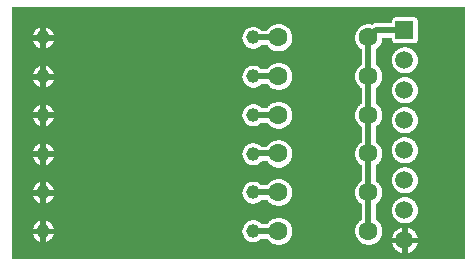
<source format=gtl>
%FSLAX33Y33*%
%MOMM*%
%ADD10C,0.0508*%
%ADD11C,0.508*%
%ADD12C,1.15*%
%ADD13C,1.6*%
%ADD14R,1.5X1.5*%
%ADD15C,1.5*%
D10*
%LNpour fill*%
G01*
X38908Y21908D02*
X38908Y21908D01*
X0592Y21908*
X0592Y0592*
X38908Y0592*
X38908Y21908*
X30930Y1729D02*
X30640Y1729D01*
X30359Y1798*
X30103Y1933*
X29886Y2125*
X29721Y2363*
X29619Y2634*
X29584Y2921*
X29619Y3208*
X29721Y3479*
X29886Y3717*
X30103Y3909*
X30130Y3924*
X30130Y5195*
X30103Y5209*
X29886Y5401*
X29721Y5639*
X29619Y5910*
X29584Y6198*
X29619Y6485*
X29721Y6756*
X29886Y6994*
X30103Y7186*
X30130Y7200*
X30130Y8471*
X30103Y8486*
X29886Y8678*
X29721Y8916*
X29619Y9187*
X29584Y9474*
X29619Y9762*
X29721Y10032*
X29886Y10271*
X30103Y10463*
X30130Y10477*
X30130Y11748*
X30103Y11762*
X29886Y11954*
X29721Y12193*
X29619Y12463*
X29584Y12751*
X29619Y13038*
X29721Y13309*
X29886Y13547*
X30103Y13739*
X30130Y13754*
X30130Y15025*
X30103Y15039*
X29886Y15231*
X29721Y15469*
X29619Y15740*
X29584Y16027*
X29619Y16315*
X29721Y16586*
X29886Y16824*
X30103Y17016*
X30130Y17030*
X30130Y18301*
X30103Y18316*
X29886Y18508*
X29721Y18746*
X29619Y19017*
X29584Y19304*
X29619Y19591*
X29721Y19862*
X29886Y20100*
X30103Y20292*
X30359Y20427*
X30640Y20496*
X30930Y20496*
X31032Y20471*
X31170Y20545*
X31293Y20582*
X31421Y20595*
X32699Y20595*
X32699Y20690*
X32704Y20753*
X32719Y20814*
X32743Y20872*
X32776Y20926*
X32816Y20974*
X32864Y21014*
X32918Y21047*
X32976Y21071*
X33037Y21086*
X33100Y21091*
X34600Y21091*
X34663Y21086*
X34724Y21071*
X34782Y21047*
X34836Y21014*
X34884Y20974*
X34924Y20926*
X34957Y20872*
X34981Y20814*
X34996Y20753*
X35001Y20690*
X35001Y19190*
X34996Y19127*
X34981Y19066*
X34957Y19008*
X34924Y18954*
X34884Y18906*
X34836Y18866*
X34782Y18833*
X34724Y18809*
X34663Y18794*
X34600Y18789*
X33100Y18789*
X33037Y18794*
X32976Y18809*
X32918Y18833*
X32864Y18866*
X32816Y18906*
X32776Y18954*
X32743Y19008*
X32719Y19066*
X32704Y19127*
X32699Y19190*
X32699Y19285*
X31983Y19285*
X31951Y19017*
X31848Y18746*
X31684Y18508*
X31467Y18315*
X31440Y18301*
X31440Y17030*
X31467Y17016*
X31684Y16824*
X31848Y16586*
X31951Y16315*
X31986Y16027*
X31951Y15740*
X31848Y15469*
X31684Y15231*
X31467Y15039*
X31440Y15024*
X31440Y13754*
X31467Y13739*
X31684Y13547*
X31848Y13309*
X31951Y13038*
X31986Y12751*
X31951Y12463*
X31848Y12193*
X31684Y11954*
X31467Y11762*
X31440Y11748*
X31440Y10477*
X31467Y10463*
X31684Y10271*
X31848Y10032*
X31951Y9762*
X31986Y9474*
X31951Y9187*
X31848Y8916*
X31684Y8678*
X31467Y8486*
X31440Y8471*
X31440Y7201*
X31467Y7186*
X31684Y6994*
X31848Y6756*
X31951Y6485*
X31986Y6198*
X31951Y5910*
X31848Y5639*
X31684Y5401*
X31467Y5209*
X31440Y5195*
X31440Y3924*
X31467Y3910*
X31684Y3717*
X31848Y3479*
X31951Y3208*
X31986Y2921*
X31951Y2634*
X31848Y2363*
X31684Y2125*
X31467Y1933*
X31211Y1798*
X30930Y1729*
X23310Y18112D02*
X23020Y18112D01*
X22739Y18181*
X22483Y18316*
X22266Y18508*
X22168Y18649*
X21747Y18649*
X21569Y18492*
X21361Y18382*
X21133Y18326*
X20897Y18326*
X20669Y18382*
X20461Y18492*
X20284Y18648*
X20151Y18841*
X20067Y19061*
X20039Y19295*
X20067Y19529*
X20151Y19749*
X20284Y19942*
X20461Y20098*
X20669Y20208*
X20897Y20264*
X21133Y20264*
X21361Y20208*
X21569Y20098*
X21727Y19959*
X22168Y19959*
X22266Y20100*
X22483Y20292*
X22739Y20427*
X23020Y20496*
X23310Y20496*
X23591Y20427*
X23847Y20292*
X24064Y20100*
X24228Y19862*
X24331Y19591*
X24366Y19304*
X24331Y19017*
X24228Y18746*
X24064Y18508*
X23847Y18316*
X23591Y18181*
X23310Y18112*
X4187Y19495D02*
X3435Y19495D01*
X3435Y20244*
X3581Y20208*
X3789Y20098*
X3966Y19942*
X4099Y19749*
X4183Y19529*
X4187Y19495*
X3035Y19495D02*
X2283Y19495D01*
X2287Y19529*
X2371Y19749*
X2504Y19942*
X2681Y20098*
X2889Y20208*
X3035Y20244*
X3035Y19495*
X3435Y18346D02*
X3435Y19095D01*
X4187Y19095*
X4183Y19061*
X4099Y18841*
X3966Y18648*
X3789Y18492*
X3581Y18382*
X3435Y18346*
X3035Y18346D02*
X2889Y18382D01*
X2681Y18492*
X2504Y18648*
X2371Y18841*
X2287Y19061*
X2283Y19095*
X3035Y19095*
X3035Y18346*
X33989Y16257D02*
X33711Y16257D01*
X33442Y16324*
X33196Y16453*
X32988Y16637*
X32831Y16865*
X32732Y17125*
X32699Y17400*
X32732Y17675*
X32831Y17935*
X32988Y18163*
X33196Y18347*
X33442Y18476*
X33711Y18543*
X33989Y18543*
X34258Y18476*
X34504Y18347*
X34712Y18163*
X34869Y17935*
X34968Y17675*
X35001Y17400*
X34968Y17125*
X34869Y16865*
X34712Y16637*
X34504Y16453*
X34258Y16324*
X33989Y16257*
X23310Y14835D02*
X23020Y14835D01*
X22739Y14904*
X22483Y15039*
X22266Y15231*
X22173Y15365*
X21737Y15365*
X21569Y15217*
X21361Y15107*
X21133Y15051*
X20897Y15051*
X20669Y15107*
X20461Y15217*
X20284Y15373*
X20151Y15566*
X20067Y15786*
X20039Y16020*
X20067Y16254*
X20151Y16474*
X20284Y16667*
X20461Y16823*
X20669Y16933*
X20897Y16989*
X21133Y16989*
X21361Y16933*
X21569Y16823*
X21737Y16675*
X22163Y16675*
X22266Y16824*
X22483Y17016*
X22739Y17150*
X23020Y17220*
X23310Y17220*
X23591Y17150*
X23847Y17016*
X24064Y16824*
X24228Y16586*
X24331Y16315*
X24366Y16027*
X24331Y15740*
X24228Y15469*
X24064Y15231*
X23847Y15039*
X23591Y14904*
X23310Y14835*
X4187Y16220D02*
X3435Y16220D01*
X3435Y16969*
X3581Y16933*
X3789Y16823*
X3966Y16667*
X4099Y16474*
X4183Y16254*
X4187Y16220*
X3035Y16220D02*
X2283Y16220D01*
X2287Y16254*
X2371Y16474*
X2504Y16667*
X2681Y16823*
X2889Y16933*
X3035Y16969*
X3035Y16220*
X33989Y13717D02*
X33711Y13717D01*
X33442Y13784*
X33196Y13913*
X32988Y14097*
X32831Y14325*
X32732Y14585*
X32699Y14860*
X32732Y15135*
X32831Y15395*
X32988Y15623*
X33196Y15807*
X33442Y15936*
X33711Y16003*
X33989Y16003*
X34258Y15936*
X34504Y15807*
X34712Y15623*
X34869Y15395*
X34968Y15135*
X35001Y14860*
X34968Y14585*
X34869Y14325*
X34712Y14097*
X34504Y13913*
X34258Y13784*
X33989Y13717*
X3435Y15071D02*
X3435Y15820D01*
X4187Y15820*
X4183Y15786*
X4099Y15566*
X3966Y15373*
X3789Y15217*
X3581Y15107*
X3435Y15071*
X3035Y15071D02*
X2889Y15107D01*
X2681Y15217*
X2504Y15373*
X2371Y15566*
X2287Y15786*
X2283Y15820*
X3035Y15820*
X3035Y15071*
X23310Y11559D02*
X23020Y11559D01*
X22739Y11628*
X22483Y11762*
X22266Y11954*
X22172Y12090*
X21737Y12090*
X21569Y11942*
X21361Y11832*
X21133Y11776*
X20897Y11776*
X20669Y11832*
X20461Y11942*
X20284Y12098*
X20151Y12291*
X20067Y12511*
X20039Y12745*
X20067Y12979*
X20151Y13199*
X20284Y13392*
X20461Y13548*
X20669Y13658*
X20897Y13714*
X21133Y13714*
X21361Y13658*
X21569Y13548*
X21737Y13400*
X22164Y13400*
X22266Y13547*
X22483Y13739*
X22739Y13874*
X23020Y13943*
X23310Y13943*
X23591Y13874*
X23847Y13739*
X24064Y13547*
X24228Y13309*
X24331Y13038*
X24366Y12751*
X24331Y12463*
X24228Y12193*
X24064Y11954*
X23847Y11762*
X23591Y11628*
X23310Y11559*
X4187Y12945D02*
X3435Y12945D01*
X3435Y13694*
X3581Y13658*
X3789Y13548*
X3966Y13392*
X4099Y13199*
X4183Y12979*
X4187Y12945*
X3035Y12945D02*
X2283Y12945D01*
X2287Y12979*
X2371Y13199*
X2504Y13392*
X2681Y13548*
X2889Y13658*
X3035Y13694*
X3035Y12945*
X33989Y11177D02*
X33711Y11177D01*
X33442Y11244*
X33196Y11373*
X32988Y11557*
X32831Y11785*
X32732Y12045*
X32699Y12320*
X32732Y12595*
X32831Y12855*
X32988Y13083*
X33196Y13267*
X33442Y13396*
X33711Y13463*
X33989Y13463*
X34258Y13396*
X34504Y13267*
X34712Y13083*
X34869Y12855*
X34968Y12595*
X35001Y12320*
X34968Y12045*
X34869Y11785*
X34712Y11557*
X34504Y11373*
X34258Y11244*
X33989Y11177*
X3435Y11796D02*
X3435Y12545D01*
X4187Y12545*
X4183Y12511*
X4099Y12291*
X3966Y12098*
X3789Y11942*
X3581Y11832*
X3435Y11796*
X3035Y11796D02*
X2889Y11832D01*
X2681Y11942*
X2504Y12098*
X2371Y12291*
X2287Y12511*
X2283Y12545*
X3035Y12545*
X3035Y11796*
X33989Y8637D02*
X33711Y8637D01*
X33442Y8704*
X33196Y8833*
X32988Y9017*
X32831Y9245*
X32732Y9505*
X32699Y9780*
X32732Y10055*
X32831Y10315*
X32988Y10543*
X33196Y10727*
X33442Y10856*
X33711Y10923*
X33989Y10923*
X34258Y10856*
X34504Y10727*
X34712Y10543*
X34869Y10315*
X34968Y10055*
X35001Y9780*
X34968Y9505*
X34869Y9245*
X34712Y9017*
X34504Y8833*
X34258Y8704*
X33989Y8637*
X23310Y8282D02*
X23020Y8282D01*
X22739Y8351*
X22483Y8486*
X22266Y8678*
X22168Y8819*
X21764Y8819*
X21569Y8647*
X21361Y8537*
X21133Y8481*
X20897Y8481*
X20669Y8537*
X20461Y8647*
X20284Y8803*
X20151Y8996*
X20067Y9216*
X20039Y9450*
X20067Y9684*
X20151Y9904*
X20284Y10097*
X20461Y10253*
X20669Y10363*
X20897Y10419*
X21133Y10419*
X21361Y10363*
X21569Y10253*
X21709Y10129*
X22168Y10129*
X22266Y10271*
X22483Y10463*
X22739Y10597*
X23020Y10666*
X23310Y10666*
X23591Y10597*
X23847Y10463*
X24064Y10271*
X24228Y10032*
X24331Y9762*
X24366Y9474*
X24331Y9187*
X24228Y8916*
X24064Y8678*
X23847Y8486*
X23591Y8351*
X23310Y8282*
X4187Y9650D02*
X3435Y9650D01*
X3435Y10399*
X3581Y10363*
X3789Y10253*
X3966Y10097*
X4099Y9904*
X4183Y9684*
X4187Y9650*
X3035Y9650D02*
X2283Y9650D01*
X2287Y9684*
X2371Y9904*
X2504Y10097*
X2681Y10253*
X2889Y10363*
X3035Y10399*
X3035Y9650*
X3435Y8501D02*
X3435Y9250D01*
X4187Y9250*
X4183Y9216*
X4099Y8996*
X3966Y8803*
X3789Y8647*
X3581Y8537*
X3435Y8501*
X3035Y8501D02*
X2889Y8537D01*
X2681Y8647*
X2504Y8803*
X2371Y8996*
X2287Y9216*
X2283Y9250*
X3035Y9250*
X3035Y8501*
X33989Y6097D02*
X33711Y6097D01*
X33442Y6164*
X33196Y6293*
X32988Y6477*
X32831Y6705*
X32732Y6965*
X32699Y7240*
X32732Y7515*
X32831Y7775*
X32988Y8003*
X33196Y8187*
X33442Y8316*
X33711Y8383*
X33989Y8383*
X34258Y8316*
X34504Y8187*
X34712Y8003*
X34869Y7775*
X34968Y7515*
X35001Y7240*
X34968Y6965*
X34869Y6705*
X34712Y6477*
X34504Y6293*
X34258Y6164*
X33989Y6097*
X23310Y5005D02*
X23020Y5005D01*
X22739Y5075*
X22483Y5209*
X22266Y5401*
X22168Y5543*
X21740Y5543*
X21569Y5392*
X21361Y5282*
X21133Y5226*
X20897Y5226*
X20669Y5282*
X20461Y5392*
X20284Y5548*
X20151Y5741*
X20067Y5961*
X20039Y6195*
X20067Y6429*
X20151Y6649*
X20284Y6842*
X20461Y6998*
X20669Y7108*
X20897Y7164*
X21133Y7164*
X21361Y7108*
X21569Y6998*
X21734Y6853*
X22168Y6853*
X22266Y6994*
X22483Y7186*
X22739Y7321*
X23020Y7390*
X23310Y7390*
X23591Y7321*
X23847Y7186*
X24064Y6994*
X24228Y6756*
X24331Y6485*
X24366Y6198*
X24331Y5910*
X24228Y5639*
X24064Y5401*
X23847Y5209*
X23591Y5075*
X23310Y5005*
X4187Y6395D02*
X3435Y6395D01*
X3435Y7144*
X3581Y7108*
X3789Y6998*
X3966Y6842*
X4099Y6649*
X4183Y6429*
X4187Y6395*
X3035Y6395D02*
X2283Y6395D01*
X2287Y6429*
X2371Y6649*
X2504Y6842*
X2681Y6998*
X2889Y7108*
X3035Y7144*
X3035Y6395*
X3435Y5246D02*
X3435Y5995D01*
X4187Y5995*
X4183Y5961*
X4099Y5741*
X3966Y5548*
X3789Y5392*
X3581Y5282*
X3435Y5246*
X3035Y5246D02*
X2889Y5282D01*
X2681Y5392*
X2504Y5548*
X2371Y5741*
X2287Y5961*
X2283Y5995*
X3035Y5995*
X3035Y5246*
X33989Y3557D02*
X33711Y3557D01*
X33442Y3624*
X33196Y3753*
X32988Y3937*
X32831Y4165*
X32732Y4425*
X32699Y4700*
X32732Y4975*
X32831Y5235*
X32988Y5463*
X33196Y5647*
X33442Y5776*
X33711Y5843*
X33989Y5843*
X34258Y5776*
X34504Y5647*
X34712Y5463*
X34869Y5235*
X34968Y4975*
X35001Y4700*
X34968Y4425*
X34869Y4165*
X34712Y3937*
X34504Y3753*
X34258Y3624*
X33989Y3557*
X23310Y1729D02*
X23020Y1729D01*
X22739Y1798*
X22483Y1933*
X22266Y2125*
X22169Y2265*
X21737Y2265*
X21569Y2117*
X21361Y2007*
X21133Y1951*
X20897Y1951*
X20669Y2007*
X20461Y2117*
X20284Y2273*
X20151Y2466*
X20067Y2686*
X20039Y2920*
X20067Y3154*
X20151Y3374*
X20284Y3567*
X20461Y3723*
X20669Y3833*
X20897Y3889*
X21133Y3889*
X21361Y3833*
X21569Y3723*
X21737Y3575*
X22168Y3575*
X22266Y3717*
X22483Y3909*
X22739Y4044*
X23020Y4113*
X23310Y4113*
X23591Y4044*
X23847Y3909*
X24064Y3717*
X24228Y3479*
X24331Y3208*
X24366Y2921*
X24331Y2634*
X24228Y2363*
X24064Y2125*
X23847Y1933*
X23591Y1798*
X23310Y1729*
X4187Y3120D02*
X3435Y3120D01*
X3435Y3869*
X3581Y3833*
X3789Y3723*
X3966Y3567*
X4099Y3374*
X4183Y3154*
X4187Y3120*
X3035Y3120D02*
X2283Y3120D01*
X2287Y3154*
X2371Y3374*
X2504Y3567*
X2681Y3723*
X2889Y3833*
X3035Y3869*
X3035Y3120*
X34977Y2360D02*
X34050Y2360D01*
X34050Y3288*
X34258Y3236*
X34504Y3107*
X34712Y2923*
X34869Y2695*
X34968Y2435*
X34977Y2360*
X33650Y2360D02*
X32723Y2360D01*
X32732Y2435*
X32831Y2695*
X32988Y2923*
X33196Y3107*
X33442Y3236*
X33650Y3288*
X33650Y2360*
X3435Y1971D02*
X3435Y2720D01*
X4187Y2720*
X4183Y2686*
X4099Y2466*
X3966Y2273*
X3789Y2117*
X3581Y2007*
X3435Y1971*
X3035Y1971D02*
X2889Y2007D01*
X2681Y2117*
X2504Y2273*
X2371Y2466*
X2287Y2686*
X2283Y2720*
X3035Y2720*
X3035Y1971*
X34050Y1032D02*
X34050Y1960D01*
X34977Y1960*
X34968Y1885*
X34869Y1625*
X34712Y1397*
X34504Y1213*
X34258Y1084*
X34050Y1032*
X33650Y1032D02*
X33442Y1084D01*
X33196Y1213*
X32988Y1397*
X32831Y1625*
X32732Y1885*
X32723Y1960*
X33650Y1960*
X33650Y1032*
X0592Y0641D02*
X38908Y0641D01*
X0592Y0691D02*
X38908Y0691D01*
X0592Y0740D02*
X38908Y0740D01*
X0592Y0790D02*
X38908Y0790D01*
X0592Y0839D02*
X38908Y0839D01*
X0592Y0889D02*
X38908Y0889D01*
X0592Y0938D02*
X38908Y0938D01*
X0592Y0988D02*
X38908Y0988D01*
X0592Y1037D02*
X33630Y1037D01*
X33650Y1037D02*
X34050Y1037D01*
X34070Y1037D02*
X38908Y1037D01*
X0592Y1087D02*
X33436Y1087D01*
X33650Y1087D02*
X34050Y1087D01*
X34264Y1087D02*
X38908Y1087D01*
X0592Y1136D02*
X33341Y1136D01*
X33650Y1136D02*
X34050Y1136D01*
X34359Y1136D02*
X38908Y1136D01*
X0592Y1186D02*
X33247Y1186D01*
X33650Y1186D02*
X34050Y1186D01*
X34453Y1186D02*
X38908Y1186D01*
X0592Y1235D02*
X33170Y1235D01*
X33650Y1235D02*
X34050Y1235D01*
X34530Y1235D02*
X38908Y1235D01*
X0592Y1285D02*
X33114Y1285D01*
X33650Y1285D02*
X34050Y1285D01*
X34586Y1285D02*
X38908Y1285D01*
X0592Y1334D02*
X33058Y1334D01*
X33650Y1334D02*
X34050Y1334D01*
X34642Y1334D02*
X38908Y1334D01*
X0592Y1384D02*
X33002Y1384D01*
X33650Y1384D02*
X34050Y1384D01*
X34698Y1384D02*
X38908Y1384D01*
X0592Y1434D02*
X32963Y1434D01*
X33650Y1434D02*
X34050Y1434D01*
X34737Y1434D02*
X38908Y1434D01*
X0592Y1483D02*
X32929Y1483D01*
X33650Y1483D02*
X34050Y1483D01*
X34771Y1483D02*
X38908Y1483D01*
X0592Y1533D02*
X32894Y1533D01*
X33650Y1533D02*
X34050Y1533D01*
X34806Y1533D02*
X38908Y1533D01*
X0592Y1582D02*
X32860Y1582D01*
X33650Y1582D02*
X34050Y1582D01*
X34840Y1582D02*
X38908Y1582D01*
X0592Y1632D02*
X32828Y1632D01*
X33650Y1632D02*
X34050Y1632D01*
X34872Y1632D02*
X38908Y1632D01*
X0592Y1681D02*
X32809Y1681D01*
X33650Y1681D02*
X34050Y1681D01*
X34891Y1681D02*
X38908Y1681D01*
X0592Y1731D02*
X23011Y1731D01*
X23318Y1731D02*
X30631Y1731D01*
X30938Y1731D02*
X32791Y1731D01*
X33650Y1731D02*
X34050Y1731D01*
X34909Y1731D02*
X38908Y1731D01*
X0592Y1780D02*
X22810Y1780D01*
X23519Y1780D02*
X30430Y1780D01*
X31139Y1780D02*
X32772Y1780D01*
X33650Y1780D02*
X34050Y1780D01*
X34928Y1780D02*
X38908Y1780D01*
X0592Y1830D02*
X22678Y1830D01*
X23652Y1830D02*
X30298Y1830D01*
X31272Y1830D02*
X32753Y1830D01*
X33650Y1830D02*
X34050Y1830D01*
X34947Y1830D02*
X38908Y1830D01*
X0592Y1879D02*
X22584Y1879D01*
X23746Y1879D02*
X30204Y1879D01*
X31366Y1879D02*
X32734Y1879D01*
X33650Y1879D02*
X34050Y1879D01*
X34966Y1879D02*
X38908Y1879D01*
X0592Y1929D02*
X22489Y1929D01*
X23840Y1929D02*
X30109Y1929D01*
X31460Y1929D02*
X32727Y1929D01*
X33650Y1929D02*
X34050Y1929D01*
X34973Y1929D02*
X38908Y1929D01*
X0592Y1978D02*
X3006Y1978D01*
X3035Y1978D02*
X3435Y1978D01*
X3464Y1978D02*
X20786Y1978D01*
X21244Y1978D02*
X22431Y1978D01*
X23899Y1978D02*
X30051Y1978D01*
X31519Y1978D02*
X38908Y1978D01*
X0592Y2028D02*
X2849Y2028D01*
X3035Y2028D02*
X3435Y2028D01*
X3621Y2028D02*
X20629Y2028D01*
X21401Y2028D02*
X22375Y2028D01*
X23955Y2028D02*
X29995Y2028D01*
X31575Y2028D02*
X38908Y2028D01*
X0592Y2077D02*
X2755Y2077D01*
X3035Y2077D02*
X3435Y2077D01*
X3715Y2077D02*
X20535Y2077D01*
X21495Y2077D02*
X22319Y2077D01*
X24011Y2077D02*
X29939Y2077D01*
X31631Y2077D02*
X38908Y2077D01*
X0592Y2127D02*
X2669Y2127D01*
X3035Y2127D02*
X3435Y2127D01*
X3801Y2127D02*
X20449Y2127D01*
X21581Y2127D02*
X22264Y2127D01*
X24066Y2127D02*
X29884Y2127D01*
X31686Y2127D02*
X38908Y2127D01*
X0592Y2176D02*
X2613Y2176D01*
X3035Y2176D02*
X3435Y2176D01*
X3857Y2176D02*
X20393Y2176D01*
X21637Y2176D02*
X22230Y2176D01*
X24100Y2176D02*
X29850Y2176D01*
X31720Y2176D02*
X38908Y2176D01*
X0592Y2226D02*
X2557Y2226D01*
X3035Y2226D02*
X3435Y2226D01*
X3913Y2226D02*
X20337Y2226D01*
X21693Y2226D02*
X22196Y2226D01*
X24134Y2226D02*
X29816Y2226D01*
X31754Y2226D02*
X38908Y2226D01*
X0592Y2276D02*
X2502Y2276D01*
X3035Y2276D02*
X3435Y2276D01*
X3968Y2276D02*
X20282Y2276D01*
X24168Y2276D02*
X29781Y2276D01*
X31788Y2276D02*
X38908Y2276D01*
X0592Y2325D02*
X2468Y2325D01*
X3035Y2325D02*
X3435Y2325D01*
X4002Y2325D02*
X20248Y2325D01*
X24202Y2325D02*
X29747Y2325D01*
X31822Y2325D02*
X38908Y2325D01*
X0592Y2375D02*
X2434Y2375D01*
X3035Y2375D02*
X3435Y2375D01*
X4036Y2375D02*
X20214Y2375D01*
X24233Y2375D02*
X29717Y2375D01*
X31853Y2375D02*
X32725Y2375D01*
X33650Y2375D02*
X34050Y2375D01*
X34975Y2375D02*
X38908Y2375D01*
X0592Y2424D02*
X2400Y2424D01*
X3035Y2424D02*
X3435Y2424D01*
X4070Y2424D02*
X20180Y2424D01*
X24252Y2424D02*
X29698Y2424D01*
X31872Y2424D02*
X32731Y2424D01*
X33650Y2424D02*
X34050Y2424D01*
X34969Y2424D02*
X38908Y2424D01*
X0592Y2474D02*
X2368Y2474D01*
X3035Y2474D02*
X3435Y2474D01*
X4102Y2474D02*
X20148Y2474D01*
X24271Y2474D02*
X29679Y2474D01*
X31891Y2474D02*
X32747Y2474D01*
X33650Y2474D02*
X34050Y2474D01*
X34953Y2474D02*
X38908Y2474D01*
X0592Y2523D02*
X2349Y2523D01*
X3035Y2523D02*
X3435Y2523D01*
X4121Y2523D02*
X20129Y2523D01*
X24289Y2523D02*
X29660Y2523D01*
X31909Y2523D02*
X32765Y2523D01*
X33650Y2523D02*
X34050Y2523D01*
X34935Y2523D02*
X38908Y2523D01*
X0592Y2573D02*
X2330Y2573D01*
X3035Y2573D02*
X3435Y2573D01*
X4140Y2573D02*
X20110Y2573D01*
X24308Y2573D02*
X29642Y2573D01*
X31928Y2573D02*
X32784Y2573D01*
X33650Y2573D02*
X34050Y2573D01*
X34916Y2573D02*
X38908Y2573D01*
X0592Y2622D02*
X2311Y2622D01*
X3035Y2622D02*
X3435Y2622D01*
X4159Y2622D02*
X20091Y2622D01*
X24327Y2622D02*
X29623Y2622D01*
X31947Y2622D02*
X32803Y2622D01*
X33650Y2622D02*
X34050Y2622D01*
X34897Y2622D02*
X38908Y2622D01*
X0592Y2672D02*
X2293Y2672D01*
X3035Y2672D02*
X3435Y2672D01*
X4177Y2672D02*
X20073Y2672D01*
X24336Y2672D02*
X29614Y2672D01*
X31956Y2672D02*
X32822Y2672D01*
X33650Y2672D02*
X34050Y2672D01*
X34878Y2672D02*
X38908Y2672D01*
X0592Y2721D02*
X20063Y2721D01*
X24342Y2721D02*
X29608Y2721D01*
X31962Y2721D02*
X32849Y2721D01*
X33650Y2721D02*
X34050Y2721D01*
X34851Y2721D02*
X38908Y2721D01*
X0592Y2771D02*
X20057Y2771D01*
X24348Y2771D02*
X29602Y2771D01*
X31968Y2771D02*
X32883Y2771D01*
X33650Y2771D02*
X34050Y2771D01*
X34817Y2771D02*
X38908Y2771D01*
X0592Y2820D02*
X20051Y2820D01*
X24354Y2820D02*
X29596Y2820D01*
X31974Y2820D02*
X32917Y2820D01*
X33650Y2820D02*
X34050Y2820D01*
X34783Y2820D02*
X38908Y2820D01*
X0592Y2870D02*
X20045Y2870D01*
X24360Y2870D02*
X29590Y2870D01*
X31980Y2870D02*
X32951Y2870D01*
X33650Y2870D02*
X34050Y2870D01*
X34749Y2870D02*
X38908Y2870D01*
X0592Y2919D02*
X20039Y2919D01*
X24366Y2919D02*
X29584Y2919D01*
X31986Y2919D02*
X32986Y2919D01*
X33650Y2919D02*
X34050Y2919D01*
X34714Y2919D02*
X38908Y2919D01*
X0592Y2969D02*
X20045Y2969D01*
X24360Y2969D02*
X29589Y2969D01*
X31980Y2969D02*
X33040Y2969D01*
X33650Y2969D02*
X34050Y2969D01*
X34660Y2969D02*
X38908Y2969D01*
X0592Y3018D02*
X20051Y3018D01*
X24354Y3018D02*
X29595Y3018D01*
X31974Y3018D02*
X33096Y3018D01*
X33650Y3018D02*
X34050Y3018D01*
X34604Y3018D02*
X38908Y3018D01*
X0592Y3068D02*
X20057Y3068D01*
X24348Y3068D02*
X29601Y3068D01*
X31968Y3068D02*
X33151Y3068D01*
X33650Y3068D02*
X34050Y3068D01*
X34549Y3068D02*
X38908Y3068D01*
X0592Y3118D02*
X20063Y3118D01*
X24342Y3118D02*
X29607Y3118D01*
X31962Y3118D02*
X33215Y3118D01*
X33650Y3118D02*
X34050Y3118D01*
X34485Y3118D02*
X38908Y3118D01*
X0592Y3167D02*
X2292Y3167D01*
X3035Y3167D02*
X3435Y3167D01*
X4178Y3167D02*
X20072Y3167D01*
X24336Y3167D02*
X29613Y3167D01*
X31956Y3167D02*
X33310Y3167D01*
X33650Y3167D02*
X34050Y3167D01*
X34390Y3167D02*
X38908Y3167D01*
X0592Y3217D02*
X2311Y3217D01*
X3035Y3217D02*
X3435Y3217D01*
X4159Y3217D02*
X20091Y3217D01*
X24328Y3217D02*
X29622Y3217D01*
X31948Y3217D02*
X33404Y3217D01*
X33650Y3217D02*
X34050Y3217D01*
X34296Y3217D02*
X38908Y3217D01*
X0592Y3266D02*
X2330Y3266D01*
X3035Y3266D02*
X3435Y3266D01*
X4140Y3266D02*
X20110Y3266D01*
X24309Y3266D02*
X29640Y3266D01*
X31929Y3266D02*
X33562Y3266D01*
X33650Y3266D02*
X34050Y3266D01*
X34138Y3266D02*
X38908Y3266D01*
X0592Y3316D02*
X2349Y3316D01*
X3035Y3316D02*
X3435Y3316D01*
X4121Y3316D02*
X20129Y3316D01*
X24291Y3316D02*
X29659Y3316D01*
X31911Y3316D02*
X38908Y3316D01*
X0592Y3365D02*
X2367Y3365D01*
X3035Y3365D02*
X3435Y3365D01*
X4103Y3365D02*
X20147Y3365D01*
X24272Y3365D02*
X29678Y3365D01*
X31892Y3365D02*
X38908Y3365D01*
X0592Y3415D02*
X2399Y3415D01*
X3035Y3415D02*
X3435Y3415D01*
X4071Y3415D02*
X20179Y3415D01*
X24253Y3415D02*
X29697Y3415D01*
X31873Y3415D02*
X38908Y3415D01*
X0592Y3464D02*
X2433Y3464D01*
X3035Y3464D02*
X3435Y3464D01*
X4037Y3464D02*
X20213Y3464D01*
X24234Y3464D02*
X29715Y3464D01*
X31854Y3464D02*
X38908Y3464D01*
X0592Y3514D02*
X2467Y3514D01*
X3035Y3514D02*
X3435Y3514D01*
X4003Y3514D02*
X20247Y3514D01*
X24205Y3514D02*
X29745Y3514D01*
X31825Y3514D02*
X38908Y3514D01*
X0592Y3563D02*
X2501Y3563D01*
X3035Y3563D02*
X3435Y3563D01*
X3969Y3563D02*
X20281Y3563D01*
X24170Y3563D02*
X29779Y3563D01*
X31790Y3563D02*
X33686Y3563D01*
X34014Y3563D02*
X38908Y3563D01*
X0592Y3613D02*
X2556Y3613D01*
X3035Y3613D02*
X3435Y3613D01*
X3914Y3613D02*
X20336Y3613D01*
X21694Y3613D02*
X22193Y3613D01*
X24136Y3613D02*
X29813Y3613D01*
X31756Y3613D02*
X33485Y3613D01*
X34215Y3613D02*
X38908Y3613D01*
X0592Y3662D02*
X2611Y3662D01*
X3035Y3662D02*
X3435Y3662D01*
X3859Y3662D02*
X20391Y3662D01*
X21639Y3662D02*
X22228Y3662D01*
X24102Y3662D02*
X29848Y3662D01*
X31722Y3662D02*
X33368Y3662D01*
X34332Y3662D02*
X38908Y3662D01*
X0592Y3712D02*
X2667Y3712D01*
X3035Y3712D02*
X3435Y3712D01*
X3803Y3712D02*
X20447Y3712D01*
X21583Y3712D02*
X22262Y3712D01*
X24068Y3712D02*
X29882Y3712D01*
X31688Y3712D02*
X33273Y3712D01*
X34427Y3712D02*
X38908Y3712D01*
X0592Y3761D02*
X2753Y3761D01*
X3035Y3761D02*
X3435Y3761D01*
X3717Y3761D02*
X20533Y3761D01*
X21497Y3761D02*
X22315Y3761D01*
X24014Y3761D02*
X29935Y3761D01*
X31634Y3761D02*
X33186Y3761D01*
X34514Y3761D02*
X38908Y3761D01*
X0592Y3811D02*
X2847Y3811D01*
X3035Y3811D02*
X3435Y3811D01*
X3623Y3811D02*
X20627Y3811D01*
X21403Y3811D02*
X22371Y3811D01*
X23959Y3811D02*
X29991Y3811D01*
X31579Y3811D02*
X33130Y3811D01*
X34570Y3811D02*
X38908Y3811D01*
X0592Y3860D02*
X3001Y3860D01*
X3035Y3860D02*
X3435Y3860D01*
X3469Y3860D02*
X20781Y3860D01*
X21249Y3860D02*
X22427Y3860D01*
X23903Y3860D02*
X30047Y3860D01*
X31523Y3860D02*
X33074Y3860D01*
X34626Y3860D02*
X38908Y3860D01*
X0592Y3910D02*
X22483Y3910D01*
X23846Y3910D02*
X30103Y3910D01*
X31467Y3910D02*
X33018Y3910D01*
X34682Y3910D02*
X38908Y3910D01*
X0592Y3960D02*
X22578Y3960D01*
X23752Y3960D02*
X30130Y3960D01*
X31440Y3960D02*
X32972Y3960D01*
X34728Y3960D02*
X38908Y3960D01*
X0592Y4009D02*
X22672Y4009D01*
X23658Y4009D02*
X30130Y4009D01*
X31440Y4009D02*
X32938Y4009D01*
X34762Y4009D02*
X38908Y4009D01*
X0592Y4059D02*
X22797Y4059D01*
X23532Y4059D02*
X30130Y4059D01*
X31440Y4059D02*
X32904Y4059D01*
X34796Y4059D02*
X38908Y4059D01*
X0592Y4108D02*
X22998Y4108D01*
X23331Y4108D02*
X30130Y4108D01*
X31440Y4108D02*
X32870Y4108D01*
X34830Y4108D02*
X38908Y4108D01*
X0592Y4158D02*
X30130Y4158D01*
X31440Y4158D02*
X32836Y4158D01*
X34864Y4158D02*
X38908Y4158D01*
X0592Y4207D02*
X30130Y4207D01*
X31440Y4207D02*
X32815Y4207D01*
X34885Y4207D02*
X38908Y4207D01*
X0592Y4257D02*
X30130Y4257D01*
X31440Y4257D02*
X32796Y4257D01*
X34904Y4257D02*
X38908Y4257D01*
X0592Y4306D02*
X30130Y4306D01*
X31440Y4306D02*
X32777Y4306D01*
X34923Y4306D02*
X38908Y4306D01*
X0592Y4356D02*
X30130Y4356D01*
X31440Y4356D02*
X32758Y4356D01*
X34942Y4356D02*
X38908Y4356D01*
X0592Y4405D02*
X30130Y4405D01*
X31440Y4405D02*
X32739Y4405D01*
X34961Y4405D02*
X38908Y4405D01*
X0592Y4455D02*
X30130Y4455D01*
X31440Y4455D02*
X32729Y4455D01*
X34971Y4455D02*
X38908Y4455D01*
X0592Y4504D02*
X30130Y4504D01*
X31440Y4504D02*
X32722Y4504D01*
X34978Y4504D02*
X38908Y4504D01*
X0592Y4554D02*
X30130Y4554D01*
X31440Y4554D02*
X32716Y4554D01*
X34984Y4554D02*
X38908Y4554D01*
X0592Y4603D02*
X30130Y4603D01*
X31440Y4603D02*
X32710Y4603D01*
X34990Y4603D02*
X38908Y4603D01*
X0592Y4653D02*
X30130Y4653D01*
X31440Y4653D02*
X32704Y4653D01*
X34996Y4653D02*
X38908Y4653D01*
X0592Y4702D02*
X30130Y4702D01*
X31440Y4702D02*
X32699Y4702D01*
X35001Y4702D02*
X38908Y4702D01*
X0592Y4752D02*
X30130Y4752D01*
X31440Y4752D02*
X32705Y4752D01*
X34995Y4752D02*
X38908Y4752D01*
X0592Y4802D02*
X30130Y4802D01*
X31440Y4802D02*
X32711Y4802D01*
X34989Y4802D02*
X38908Y4802D01*
X0592Y4851D02*
X30130Y4851D01*
X31440Y4851D02*
X32717Y4851D01*
X34983Y4851D02*
X38908Y4851D01*
X0592Y4901D02*
X30130Y4901D01*
X31440Y4901D02*
X32723Y4901D01*
X34977Y4901D02*
X38908Y4901D01*
X0592Y4950D02*
X30130Y4950D01*
X31440Y4950D02*
X32729Y4950D01*
X34971Y4950D02*
X38908Y4950D01*
X0592Y5000D02*
X30130Y5000D01*
X31440Y5000D02*
X32741Y5000D01*
X34959Y5000D02*
X38908Y5000D01*
X0592Y5049D02*
X22841Y5049D01*
X23489Y5049D02*
X30130Y5049D01*
X31440Y5049D02*
X32760Y5049D01*
X34940Y5049D02*
X38908Y5049D01*
X0592Y5099D02*
X22692Y5099D01*
X23637Y5099D02*
X30130Y5099D01*
X31440Y5099D02*
X32779Y5099D01*
X34921Y5099D02*
X38908Y5099D01*
X0592Y5148D02*
X22598Y5148D01*
X23731Y5148D02*
X30130Y5148D01*
X31440Y5148D02*
X32798Y5148D01*
X34902Y5148D02*
X38908Y5148D01*
X0592Y5198D02*
X22504Y5198D01*
X23826Y5198D02*
X30123Y5198D01*
X31446Y5198D02*
X32816Y5198D01*
X34884Y5198D02*
X38908Y5198D01*
X0592Y5247D02*
X3030Y5247D01*
X3035Y5247D02*
X3435Y5247D01*
X3440Y5247D02*
X20810Y5247D01*
X21220Y5247D02*
X22439Y5247D01*
X23890Y5247D02*
X30059Y5247D01*
X31510Y5247D02*
X32839Y5247D01*
X34861Y5247D02*
X38908Y5247D01*
X0592Y5297D02*
X2861Y5297D01*
X3035Y5297D02*
X3435Y5297D01*
X3609Y5297D02*
X20641Y5297D01*
X21389Y5297D02*
X22383Y5297D01*
X23946Y5297D02*
X30003Y5297D01*
X31566Y5297D02*
X32873Y5297D01*
X34827Y5297D02*
X38908Y5297D01*
X0592Y5346D02*
X2766Y5346D01*
X3035Y5346D02*
X3435Y5346D01*
X3704Y5346D02*
X20546Y5346D01*
X21484Y5346D02*
X22327Y5346D01*
X24002Y5346D02*
X29947Y5346D01*
X31622Y5346D02*
X32907Y5346D01*
X34793Y5346D02*
X38908Y5346D01*
X0592Y5396D02*
X2676Y5396D01*
X3035Y5396D02*
X3435Y5396D01*
X3794Y5396D02*
X20456Y5396D01*
X21574Y5396D02*
X22271Y5396D01*
X24058Y5396D02*
X29891Y5396D01*
X31678Y5396D02*
X32942Y5396D01*
X34758Y5396D02*
X38908Y5396D01*
X0592Y5445D02*
X2620Y5445D01*
X3035Y5445D02*
X3435Y5445D01*
X3850Y5445D02*
X20400Y5445D01*
X21630Y5445D02*
X22235Y5445D01*
X24095Y5445D02*
X29855Y5445D01*
X31715Y5445D02*
X32976Y5445D01*
X34724Y5445D02*
X38908Y5445D01*
X0592Y5495D02*
X2564Y5495D01*
X3035Y5495D02*
X3435Y5495D01*
X3906Y5495D02*
X20344Y5495D01*
X21686Y5495D02*
X22201Y5495D01*
X24129Y5495D02*
X29821Y5495D01*
X31749Y5495D02*
X33024Y5495D01*
X34676Y5495D02*
X38908Y5495D01*
X0592Y5545D02*
X2508Y5545D01*
X3035Y5545D02*
X3435Y5545D01*
X3962Y5545D02*
X20288Y5545D01*
X24163Y5545D02*
X29787Y5545D01*
X31783Y5545D02*
X33080Y5545D01*
X34620Y5545D02*
X38908Y5545D01*
X0592Y5594D02*
X2472Y5594D01*
X3035Y5594D02*
X3435Y5594D01*
X3998Y5594D02*
X20252Y5594D01*
X24197Y5594D02*
X29752Y5594D01*
X31817Y5594D02*
X33136Y5594D01*
X34564Y5594D02*
X38908Y5594D01*
X0592Y5644D02*
X2438Y5644D01*
X3035Y5644D02*
X3435Y5644D01*
X4032Y5644D02*
X20218Y5644D01*
X24230Y5644D02*
X29720Y5644D01*
X31850Y5644D02*
X33192Y5644D01*
X34508Y5644D02*
X38908Y5644D01*
X0592Y5693D02*
X2404Y5693D01*
X3035Y5693D02*
X3435Y5693D01*
X4066Y5693D02*
X20184Y5693D01*
X24249Y5693D02*
X29701Y5693D01*
X31869Y5693D02*
X33283Y5693D01*
X34417Y5693D02*
X38908Y5693D01*
X0592Y5743D02*
X2370Y5743D01*
X3035Y5743D02*
X3435Y5743D01*
X4100Y5743D02*
X20150Y5743D01*
X24268Y5743D02*
X29682Y5743D01*
X31888Y5743D02*
X33377Y5743D01*
X34323Y5743D02*
X38908Y5743D01*
X0592Y5792D02*
X2351Y5792D01*
X3035Y5792D02*
X3435Y5792D01*
X4119Y5792D02*
X20131Y5792D01*
X24286Y5792D02*
X29663Y5792D01*
X31906Y5792D02*
X33505Y5792D01*
X34195Y5792D02*
X38908Y5792D01*
X0592Y5842D02*
X2333Y5842D01*
X3035Y5842D02*
X3435Y5842D01*
X4137Y5842D02*
X20113Y5842D01*
X24305Y5842D02*
X29644Y5842D01*
X31925Y5842D02*
X33706Y5842D01*
X33994Y5842D02*
X38908Y5842D01*
X0592Y5891D02*
X2314Y5891D01*
X3035Y5891D02*
X3435Y5891D01*
X4156Y5891D02*
X20094Y5891D01*
X24324Y5891D02*
X29626Y5891D01*
X31944Y5891D02*
X38908Y5891D01*
X0592Y5941D02*
X2295Y5941D01*
X3035Y5941D02*
X3435Y5941D01*
X4175Y5941D02*
X20075Y5941D01*
X24335Y5941D02*
X29615Y5941D01*
X31955Y5941D02*
X38908Y5941D01*
X0592Y5990D02*
X2284Y5990D01*
X3035Y5990D02*
X3435Y5990D01*
X4186Y5990D02*
X20064Y5990D01*
X24341Y5990D02*
X29609Y5990D01*
X31961Y5990D02*
X38908Y5990D01*
X0592Y6040D02*
X20058Y6040D01*
X24347Y6040D02*
X29603Y6040D01*
X31967Y6040D02*
X38908Y6040D01*
X0592Y6089D02*
X20052Y6089D01*
X24353Y6089D02*
X29597Y6089D01*
X31973Y6089D02*
X38908Y6089D01*
X0592Y6139D02*
X20046Y6139D01*
X24359Y6139D02*
X29591Y6139D01*
X31979Y6139D02*
X33542Y6139D01*
X34158Y6139D02*
X38908Y6139D01*
X0592Y6188D02*
X20040Y6188D01*
X24365Y6188D02*
X29585Y6188D01*
X31985Y6188D02*
X33394Y6188D01*
X34306Y6188D02*
X38908Y6188D01*
X0592Y6238D02*
X20044Y6238D01*
X24361Y6238D02*
X29588Y6238D01*
X31981Y6238D02*
X33300Y6238D01*
X34400Y6238D02*
X38908Y6238D01*
X0592Y6287D02*
X20050Y6287D01*
X24355Y6287D02*
X29594Y6287D01*
X31975Y6287D02*
X33206Y6287D01*
X34494Y6287D02*
X38908Y6287D01*
X0592Y6337D02*
X20056Y6337D01*
X24349Y6337D02*
X29600Y6337D01*
X31969Y6337D02*
X33146Y6337D01*
X34554Y6337D02*
X38908Y6337D01*
X0592Y6387D02*
X20062Y6387D01*
X24343Y6387D02*
X29606Y6387D01*
X31963Y6387D02*
X33090Y6387D01*
X34610Y6387D02*
X38908Y6387D01*
X0592Y6436D02*
X2290Y6436D01*
X3035Y6436D02*
X3435Y6436D01*
X4180Y6436D02*
X20070Y6436D01*
X24337Y6436D02*
X29612Y6436D01*
X31957Y6436D02*
X33034Y6436D01*
X34666Y6436D02*
X38908Y6436D01*
X0592Y6486D02*
X2309Y6486D01*
X3035Y6486D02*
X3435Y6486D01*
X4161Y6486D02*
X20089Y6486D01*
X24331Y6486D02*
X29619Y6486D01*
X31951Y6486D02*
X32982Y6486D01*
X34718Y6486D02*
X38908Y6486D01*
X0592Y6535D02*
X2327Y6535D01*
X3035Y6535D02*
X3435Y6535D01*
X4143Y6535D02*
X20107Y6535D01*
X24312Y6535D02*
X29637Y6535D01*
X31932Y6535D02*
X32948Y6535D01*
X34752Y6535D02*
X38908Y6535D01*
X0592Y6585D02*
X2346Y6585D01*
X3035Y6585D02*
X3435Y6585D01*
X4124Y6585D02*
X20126Y6585D01*
X24293Y6585D02*
X29656Y6585D01*
X31913Y6585D02*
X32914Y6585D01*
X34786Y6585D02*
X38908Y6585D01*
X0592Y6634D02*
X2365Y6634D01*
X3035Y6634D02*
X3435Y6634D01*
X4105Y6634D02*
X20145Y6634D01*
X24275Y6634D02*
X29675Y6634D01*
X31895Y6634D02*
X32879Y6634D01*
X34820Y6634D02*
X38908Y6634D01*
X0592Y6684D02*
X2395Y6684D01*
X3035Y6684D02*
X3435Y6684D01*
X4075Y6684D02*
X20175Y6684D01*
X24256Y6684D02*
X29694Y6684D01*
X31876Y6684D02*
X32845Y6684D01*
X34855Y6684D02*
X38908Y6684D01*
X0592Y6733D02*
X2429Y6733D01*
X3035Y6733D02*
X3435Y6733D01*
X4041Y6733D02*
X20209Y6733D01*
X24237Y6733D02*
X29713Y6733D01*
X31857Y6733D02*
X32820Y6733D01*
X34880Y6733D02*
X38908Y6733D01*
X0592Y6783D02*
X2463Y6783D01*
X3035Y6783D02*
X3435Y6783D01*
X4007Y6783D02*
X20243Y6783D01*
X24210Y6783D02*
X29740Y6783D01*
X31830Y6783D02*
X32801Y6783D01*
X34899Y6783D02*
X38908Y6783D01*
X0592Y6832D02*
X2497Y6832D01*
X3035Y6832D02*
X3435Y6832D01*
X3973Y6832D02*
X20277Y6832D01*
X24176Y6832D02*
X29774Y6832D01*
X31796Y6832D02*
X32782Y6832D01*
X34918Y6832D02*
X38908Y6832D01*
X0592Y6882D02*
X2549Y6882D01*
X3035Y6882D02*
X3435Y6882D01*
X3921Y6882D02*
X20329Y6882D01*
X21701Y6882D02*
X22188Y6882D01*
X24142Y6882D02*
X29808Y6882D01*
X31762Y6882D02*
X32764Y6882D01*
X34936Y6882D02*
X38908Y6882D01*
X0592Y6931D02*
X2605Y6931D01*
X3035Y6931D02*
X3435Y6931D01*
X3865Y6931D02*
X20385Y6931D01*
X21645Y6931D02*
X22222Y6931D01*
X24107Y6931D02*
X29842Y6931D01*
X31727Y6931D02*
X32745Y6931D01*
X34955Y6931D02*
X38908Y6931D01*
X0592Y6981D02*
X2661Y6981D01*
X3035Y6981D02*
X3435Y6981D01*
X3809Y6981D02*
X20441Y6981D01*
X21589Y6981D02*
X22256Y6981D01*
X24073Y6981D02*
X29876Y6981D01*
X31693Y6981D02*
X32730Y6981D01*
X34970Y6981D02*
X38908Y6981D01*
X0592Y7030D02*
X2741Y7030D01*
X3035Y7030D02*
X3435Y7030D01*
X3729Y7030D02*
X20521Y7030D01*
X21509Y7030D02*
X22307Y7030D01*
X24023Y7030D02*
X29927Y7030D01*
X31643Y7030D02*
X32724Y7030D01*
X34976Y7030D02*
X38908Y7030D01*
X0592Y7080D02*
X2836Y7080D01*
X3035Y7080D02*
X3435Y7080D01*
X3634Y7080D02*
X20616Y7080D01*
X21414Y7080D02*
X22362Y7080D01*
X23967Y7080D02*
X29982Y7080D01*
X31587Y7080D02*
X32718Y7080D01*
X34982Y7080D02*
X38908Y7080D01*
X0592Y7129D02*
X2977Y7129D01*
X3035Y7129D02*
X3435Y7129D01*
X3493Y7129D02*
X20757Y7129D01*
X21273Y7129D02*
X22418Y7129D01*
X23911Y7129D02*
X30038Y7129D01*
X31531Y7129D02*
X32712Y7129D01*
X34988Y7129D02*
X38908Y7129D01*
X0592Y7179D02*
X22474Y7179D01*
X23855Y7179D02*
X30094Y7179D01*
X31475Y7179D02*
X32706Y7179D01*
X34994Y7179D02*
X38908Y7179D01*
X0592Y7229D02*
X22563Y7229D01*
X23767Y7229D02*
X30130Y7229D01*
X31440Y7229D02*
X32700Y7229D01*
X35000Y7229D02*
X38908Y7229D01*
X0592Y7278D02*
X22657Y7278D01*
X23672Y7278D02*
X30130Y7278D01*
X31440Y7278D02*
X32703Y7278D01*
X34997Y7278D02*
X38908Y7278D01*
X0592Y7328D02*
X22766Y7328D01*
X23563Y7328D02*
X30130Y7328D01*
X31440Y7328D02*
X32709Y7328D01*
X34991Y7328D02*
X38908Y7328D01*
X0592Y7377D02*
X22967Y7377D01*
X23362Y7377D02*
X30130Y7377D01*
X31440Y7377D02*
X32715Y7377D01*
X34985Y7377D02*
X38908Y7377D01*
X0592Y7427D02*
X30130Y7427D01*
X31440Y7427D02*
X32721Y7427D01*
X34979Y7427D02*
X38908Y7427D01*
X0592Y7476D02*
X30130Y7476D01*
X31440Y7476D02*
X32727Y7476D01*
X34973Y7476D02*
X38908Y7476D01*
X0592Y7526D02*
X30130Y7526D01*
X31440Y7526D02*
X32736Y7526D01*
X34964Y7526D02*
X38908Y7526D01*
X0592Y7575D02*
X30130Y7575D01*
X31440Y7575D02*
X32755Y7575D01*
X34945Y7575D02*
X38908Y7575D01*
X0592Y7625D02*
X30130Y7625D01*
X31440Y7625D02*
X32774Y7625D01*
X34926Y7625D02*
X38908Y7625D01*
X0592Y7674D02*
X30130Y7674D01*
X31440Y7674D02*
X32792Y7674D01*
X34908Y7674D02*
X38908Y7674D01*
X0592Y7724D02*
X30130Y7724D01*
X31440Y7724D02*
X32811Y7724D01*
X34889Y7724D02*
X38908Y7724D01*
X0592Y7773D02*
X30130Y7773D01*
X31440Y7773D02*
X32830Y7773D01*
X34870Y7773D02*
X38908Y7773D01*
X0592Y7823D02*
X30130Y7823D01*
X31440Y7823D02*
X32864Y7823D01*
X34836Y7823D02*
X38908Y7823D01*
X0592Y7872D02*
X30130Y7872D01*
X31440Y7872D02*
X32898Y7872D01*
X34802Y7872D02*
X38908Y7872D01*
X0592Y7922D02*
X30130Y7922D01*
X31440Y7922D02*
X32932Y7922D01*
X34768Y7922D02*
X38908Y7922D01*
X0592Y7971D02*
X30130Y7971D01*
X31440Y7971D02*
X32966Y7971D01*
X34734Y7971D02*
X38908Y7971D01*
X0592Y8021D02*
X30130Y8021D01*
X31440Y8021D02*
X33008Y8021D01*
X34692Y8021D02*
X38908Y8021D01*
X0592Y8071D02*
X30130Y8071D01*
X31440Y8071D02*
X33064Y8071D01*
X34636Y8071D02*
X38908Y8071D01*
X0592Y8120D02*
X30130Y8120D01*
X31440Y8120D02*
X33120Y8120D01*
X34580Y8120D02*
X38908Y8120D01*
X0592Y8170D02*
X30130Y8170D01*
X31440Y8170D02*
X33176Y8170D01*
X34524Y8170D02*
X38908Y8170D01*
X0592Y8219D02*
X30130Y8219D01*
X31440Y8219D02*
X33256Y8219D01*
X34444Y8219D02*
X38908Y8219D01*
X0592Y8269D02*
X30130Y8269D01*
X31440Y8269D02*
X33351Y8269D01*
X34349Y8269D02*
X38908Y8269D01*
X0592Y8318D02*
X22872Y8318D01*
X23458Y8318D02*
X30130Y8318D01*
X31440Y8318D02*
X33449Y8318D01*
X34251Y8318D02*
X38908Y8318D01*
X0592Y8368D02*
X22707Y8368D01*
X23623Y8368D02*
X30130Y8368D01*
X31440Y8368D02*
X33650Y8368D01*
X34050Y8368D02*
X38908Y8368D01*
X0592Y8417D02*
X22613Y8417D01*
X23717Y8417D02*
X30130Y8417D01*
X31440Y8417D02*
X38908Y8417D01*
X0592Y8467D02*
X22518Y8467D01*
X23811Y8467D02*
X30130Y8467D01*
X31440Y8467D02*
X38908Y8467D01*
X0592Y8516D02*
X2974Y8516D01*
X3035Y8516D02*
X3435Y8516D01*
X3496Y8516D02*
X20754Y8516D01*
X21276Y8516D02*
X22448Y8516D01*
X23882Y8516D02*
X30068Y8516D01*
X31502Y8516D02*
X38908Y8516D01*
X0592Y8566D02*
X2834Y8566D01*
X3035Y8566D02*
X3435Y8566D01*
X3636Y8566D02*
X20614Y8566D01*
X21416Y8566D02*
X22392Y8566D01*
X23938Y8566D02*
X30012Y8566D01*
X31558Y8566D02*
X38908Y8566D01*
X0592Y8615D02*
X2740Y8615D01*
X3035Y8615D02*
X3435Y8615D01*
X3730Y8615D02*
X20520Y8615D01*
X21510Y8615D02*
X22336Y8615D01*
X23994Y8615D02*
X29956Y8615D01*
X31614Y8615D02*
X38908Y8615D01*
X0592Y8665D02*
X2660Y8665D01*
X3035Y8665D02*
X3435Y8665D01*
X3810Y8665D02*
X20440Y8665D01*
X21590Y8665D02*
X22280Y8665D01*
X24050Y8665D02*
X29900Y8665D01*
X31670Y8665D02*
X33599Y8665D01*
X34101Y8665D02*
X38908Y8665D01*
X0592Y8714D02*
X2604Y8714D01*
X3035Y8714D02*
X3435Y8714D01*
X3866Y8714D02*
X20384Y8714D01*
X21646Y8714D02*
X22240Y8714D01*
X24089Y8714D02*
X29860Y8714D01*
X31709Y8714D02*
X33421Y8714D01*
X34279Y8714D02*
X38908Y8714D01*
X0592Y8764D02*
X2548Y8764D01*
X3035Y8764D02*
X3435Y8764D01*
X3922Y8764D02*
X20328Y8764D01*
X21702Y8764D02*
X22206Y8764D01*
X24124Y8764D02*
X29826Y8764D01*
X31744Y8764D02*
X33327Y8764D01*
X34373Y8764D02*
X38908Y8764D01*
X0592Y8813D02*
X2497Y8813D01*
X3035Y8813D02*
X3435Y8813D01*
X3973Y8813D02*
X20277Y8813D01*
X21758Y8813D02*
X22172Y8813D01*
X24158Y8813D02*
X29792Y8813D01*
X31778Y8813D02*
X33232Y8813D01*
X34468Y8813D02*
X38908Y8813D01*
X0592Y8863D02*
X2463Y8863D01*
X3035Y8863D02*
X3435Y8863D01*
X4007Y8863D02*
X20243Y8863D01*
X24192Y8863D02*
X29758Y8863D01*
X31812Y8863D02*
X33162Y8863D01*
X34538Y8863D02*
X38908Y8863D01*
X0592Y8913D02*
X2428Y8913D01*
X3035Y8913D02*
X3435Y8913D01*
X4042Y8913D02*
X20208Y8913D01*
X24226Y8913D02*
X29723Y8913D01*
X31846Y8913D02*
X33106Y8913D01*
X34594Y8913D02*
X38908Y8913D01*
X0592Y8962D02*
X2394Y8962D01*
X3035Y8962D02*
X3435Y8962D01*
X4076Y8962D02*
X20174Y8962D01*
X24246Y8962D02*
X29704Y8962D01*
X31866Y8962D02*
X33050Y8962D01*
X34650Y8962D02*
X38908Y8962D01*
X0592Y9012D02*
X2365Y9012D01*
X3035Y9012D02*
X3435Y9012D01*
X4105Y9012D02*
X20145Y9012D01*
X24265Y9012D02*
X29685Y9012D01*
X31885Y9012D02*
X32994Y9012D01*
X34706Y9012D02*
X38908Y9012D01*
X0592Y9061D02*
X2346Y9061D01*
X3035Y9061D02*
X3435Y9061D01*
X4124Y9061D02*
X20126Y9061D01*
X24284Y9061D02*
X29666Y9061D01*
X31904Y9061D02*
X32958Y9061D01*
X34742Y9061D02*
X38908Y9061D01*
X0592Y9111D02*
X2327Y9111D01*
X3035Y9111D02*
X3435Y9111D01*
X4143Y9111D02*
X20107Y9111D01*
X24302Y9111D02*
X29647Y9111D01*
X31922Y9111D02*
X32923Y9111D01*
X34777Y9111D02*
X38908Y9111D01*
X0592Y9160D02*
X2308Y9160D01*
X3035Y9160D02*
X3435Y9160D01*
X4162Y9160D02*
X20088Y9160D01*
X24321Y9160D02*
X29629Y9160D01*
X31941Y9160D02*
X32889Y9160D01*
X34811Y9160D02*
X38908Y9160D01*
X0592Y9210D02*
X2290Y9210D01*
X3035Y9210D02*
X3435Y9210D01*
X4180Y9210D02*
X20070Y9210D01*
X24334Y9210D02*
X29616Y9210D01*
X31954Y9210D02*
X32855Y9210D01*
X34845Y9210D02*
X38908Y9210D01*
X0592Y9259D02*
X20062Y9259D01*
X24340Y9259D02*
X29610Y9259D01*
X31960Y9259D02*
X32825Y9259D01*
X34875Y9259D02*
X38908Y9259D01*
X0592Y9309D02*
X20056Y9309D01*
X24346Y9309D02*
X29604Y9309D01*
X31966Y9309D02*
X32806Y9309D01*
X34894Y9309D02*
X38908Y9309D01*
X0592Y9358D02*
X20050Y9358D01*
X24352Y9358D02*
X29598Y9358D01*
X31972Y9358D02*
X32788Y9358D01*
X34912Y9358D02*
X38908Y9358D01*
X0592Y9408D02*
X20044Y9408D01*
X24358Y9408D02*
X29592Y9408D01*
X31978Y9408D02*
X32769Y9408D01*
X34931Y9408D02*
X38908Y9408D01*
X0592Y9457D02*
X20040Y9457D01*
X24364Y9457D02*
X29586Y9457D01*
X31984Y9457D02*
X32750Y9457D01*
X34950Y9457D02*
X38908Y9457D01*
X0592Y9507D02*
X20046Y9507D01*
X24362Y9507D02*
X29588Y9507D01*
X31982Y9507D02*
X32732Y9507D01*
X34968Y9507D02*
X38908Y9507D01*
X0592Y9556D02*
X20052Y9556D01*
X24356Y9556D02*
X29594Y9556D01*
X31976Y9556D02*
X32726Y9556D01*
X34974Y9556D02*
X38908Y9556D01*
X0592Y9606D02*
X20058Y9606D01*
X24350Y9606D02*
X29600Y9606D01*
X31970Y9606D02*
X32720Y9606D01*
X34980Y9606D02*
X38908Y9606D01*
X0592Y9655D02*
X2284Y9655D01*
X3035Y9655D02*
X3435Y9655D01*
X4186Y9655D02*
X20064Y9655D01*
X24344Y9655D02*
X29606Y9655D01*
X31964Y9655D02*
X32714Y9655D01*
X34986Y9655D02*
X38908Y9655D01*
X0592Y9705D02*
X2295Y9705D01*
X3035Y9705D02*
X3435Y9705D01*
X4175Y9705D02*
X20075Y9705D01*
X24338Y9705D02*
X29612Y9705D01*
X31958Y9705D02*
X32708Y9705D01*
X34992Y9705D02*
X38908Y9705D01*
X0592Y9755D02*
X2314Y9755D01*
X3035Y9755D02*
X3435Y9755D01*
X4156Y9755D02*
X20094Y9755D01*
X24332Y9755D02*
X29618Y9755D01*
X31952Y9755D02*
X32702Y9755D01*
X34998Y9755D02*
X38908Y9755D01*
X0592Y9804D02*
X2333Y9804D01*
X3035Y9804D02*
X3435Y9804D01*
X4137Y9804D02*
X20113Y9804D01*
X24315Y9804D02*
X29635Y9804D01*
X31935Y9804D02*
X32702Y9804D01*
X34998Y9804D02*
X38908Y9804D01*
X0592Y9854D02*
X2352Y9854D01*
X3035Y9854D02*
X3435Y9854D01*
X4118Y9854D02*
X20132Y9854D01*
X24296Y9854D02*
X29653Y9854D01*
X31916Y9854D02*
X32708Y9854D01*
X34992Y9854D02*
X38908Y9854D01*
X0592Y9903D02*
X2370Y9903D01*
X3035Y9903D02*
X3435Y9903D01*
X4100Y9903D02*
X20150Y9903D01*
X24277Y9903D02*
X29672Y9903D01*
X31897Y9903D02*
X32714Y9903D01*
X34986Y9903D02*
X38908Y9903D01*
X0592Y9953D02*
X2404Y9953D01*
X3035Y9953D02*
X3435Y9953D01*
X4066Y9953D02*
X20184Y9953D01*
X24259Y9953D02*
X29691Y9953D01*
X31879Y9953D02*
X32720Y9953D01*
X34980Y9953D02*
X38908Y9953D01*
X0592Y10002D02*
X2439Y10002D01*
X3035Y10002D02*
X3435Y10002D01*
X4031Y10002D02*
X20219Y10002D01*
X24240Y10002D02*
X29710Y10002D01*
X31860Y10002D02*
X32726Y10002D01*
X34974Y10002D02*
X38908Y10002D01*
X0592Y10052D02*
X2473Y10052D01*
X3035Y10052D02*
X3435Y10052D01*
X3997Y10052D02*
X20253Y10052D01*
X24215Y10052D02*
X29734Y10052D01*
X31835Y10052D02*
X32732Y10052D01*
X34968Y10052D02*
X38908Y10052D01*
X0592Y10101D02*
X2509Y10101D01*
X3035Y10101D02*
X3435Y10101D01*
X3961Y10101D02*
X20289Y10101D01*
X24181Y10101D02*
X29769Y10101D01*
X31801Y10101D02*
X32750Y10101D01*
X34950Y10101D02*
X38908Y10101D01*
X0592Y10151D02*
X2565Y10151D01*
X3035Y10151D02*
X3435Y10151D01*
X3905Y10151D02*
X20345Y10151D01*
X21685Y10151D02*
X22183Y10151D01*
X24147Y10151D02*
X29803Y10151D01*
X31767Y10151D02*
X32768Y10151D01*
X34932Y10151D02*
X38908Y10151D01*
X0592Y10200D02*
X2620Y10200D01*
X3035Y10200D02*
X3435Y10200D01*
X3850Y10200D02*
X20400Y10200D01*
X21630Y10200D02*
X22217Y10200D01*
X24113Y10200D02*
X29837Y10200D01*
X31733Y10200D02*
X32787Y10200D01*
X34913Y10200D02*
X38908Y10200D01*
X0592Y10250D02*
X2676Y10250D01*
X3035Y10250D02*
X3435Y10250D01*
X3794Y10250D02*
X20456Y10250D01*
X21574Y10250D02*
X22251Y10250D01*
X24078Y10250D02*
X29871Y10250D01*
X31698Y10250D02*
X32806Y10250D01*
X34894Y10250D02*
X38908Y10250D01*
X0592Y10299D02*
X2768Y10299D01*
X3035Y10299D02*
X3435Y10299D01*
X3702Y10299D02*
X20548Y10299D01*
X21482Y10299D02*
X22298Y10299D01*
X24032Y10299D02*
X29918Y10299D01*
X31652Y10299D02*
X32825Y10299D01*
X34875Y10299D02*
X38908Y10299D01*
X0592Y10349D02*
X2862Y10349D01*
X3035Y10349D02*
X3435Y10349D01*
X3608Y10349D02*
X20642Y10349D01*
X21388Y10349D02*
X22354Y10349D01*
X23976Y10349D02*
X29974Y10349D01*
X31596Y10349D02*
X32854Y10349D01*
X34846Y10349D02*
X38908Y10349D01*
X0592Y10398D02*
X3033Y10398D01*
X3035Y10398D02*
X3435Y10398D01*
X3437Y10398D02*
X20813Y10398D01*
X21217Y10398D02*
X22410Y10398D01*
X23920Y10398D02*
X30030Y10398D01*
X31540Y10398D02*
X32888Y10398D01*
X34812Y10398D02*
X38908Y10398D01*
X0592Y10448D02*
X22466Y10448D01*
X23864Y10448D02*
X30086Y10448D01*
X31484Y10448D02*
X32922Y10448D01*
X34778Y10448D02*
X38908Y10448D01*
X0592Y10498D02*
X22548Y10498D01*
X23781Y10498D02*
X30130Y10498D01*
X31440Y10498D02*
X32957Y10498D01*
X34743Y10498D02*
X38908Y10498D01*
X0592Y10547D02*
X22643Y10547D01*
X23687Y10547D02*
X30130Y10547D01*
X31440Y10547D02*
X32992Y10547D01*
X34708Y10547D02*
X38908Y10547D01*
X0592Y10597D02*
X22737Y10597D01*
X23592Y10597D02*
X30130Y10597D01*
X31440Y10597D02*
X33048Y10597D01*
X34652Y10597D02*
X38908Y10597D01*
X0592Y10646D02*
X22936Y10646D01*
X23393Y10646D02*
X30130Y10646D01*
X31440Y10646D02*
X33104Y10646D01*
X34596Y10646D02*
X38908Y10646D01*
X0592Y10696D02*
X30130Y10696D01*
X31440Y10696D02*
X33160Y10696D01*
X34540Y10696D02*
X38908Y10696D01*
X0592Y10745D02*
X30130Y10745D01*
X31440Y10745D02*
X33230Y10745D01*
X34470Y10745D02*
X38908Y10745D01*
X0592Y10795D02*
X30130Y10795D01*
X31440Y10795D02*
X33324Y10795D01*
X34376Y10795D02*
X38908Y10795D01*
X0592Y10844D02*
X30130Y10844D01*
X31440Y10844D02*
X33418Y10844D01*
X34282Y10844D02*
X38908Y10844D01*
X0592Y10894D02*
X30130Y10894D01*
X31440Y10894D02*
X33593Y10894D01*
X34107Y10894D02*
X38908Y10894D01*
X0592Y10943D02*
X30130Y10943D01*
X31440Y10943D02*
X38908Y10943D01*
X0592Y10993D02*
X30130Y10993D01*
X31440Y10993D02*
X38908Y10993D01*
X0592Y11042D02*
X30130Y11042D01*
X31440Y11042D02*
X38908Y11042D01*
X0592Y11092D02*
X30130Y11092D01*
X31440Y11092D02*
X38908Y11092D01*
X0592Y11141D02*
X30130Y11141D01*
X31440Y11141D02*
X38908Y11141D01*
X0592Y11191D02*
X30130Y11191D01*
X31440Y11191D02*
X33655Y11191D01*
X34045Y11191D02*
X38908Y11191D01*
X0592Y11240D02*
X30130Y11240D01*
X31440Y11240D02*
X33454Y11240D01*
X34246Y11240D02*
X38908Y11240D01*
X0592Y11290D02*
X30130Y11290D01*
X31440Y11290D02*
X33353Y11290D01*
X34347Y11290D02*
X38908Y11290D01*
X0592Y11340D02*
X30130Y11340D01*
X31440Y11340D02*
X33259Y11340D01*
X34441Y11340D02*
X38908Y11340D01*
X0592Y11389D02*
X30130Y11389D01*
X31440Y11389D02*
X33177Y11389D01*
X34523Y11389D02*
X38908Y11389D01*
X0592Y11439D02*
X30130Y11439D01*
X31440Y11439D02*
X33121Y11439D01*
X34579Y11439D02*
X38908Y11439D01*
X0592Y11488D02*
X30130Y11488D01*
X31440Y11488D02*
X33066Y11488D01*
X34634Y11488D02*
X38908Y11488D01*
X0592Y11538D02*
X30130Y11538D01*
X31440Y11538D02*
X33010Y11538D01*
X34690Y11538D02*
X38908Y11538D01*
X0592Y11587D02*
X22903Y11587D01*
X23427Y11587D02*
X30130Y11587D01*
X31440Y11587D02*
X32967Y11587D01*
X34733Y11587D02*
X38908Y11587D01*
X0592Y11637D02*
X22722Y11637D01*
X23608Y11637D02*
X30130Y11637D01*
X31440Y11637D02*
X32933Y11637D01*
X34767Y11637D02*
X38908Y11637D01*
X0592Y11686D02*
X22627Y11686D01*
X23702Y11686D02*
X30130Y11686D01*
X31440Y11686D02*
X32899Y11686D01*
X34801Y11686D02*
X38908Y11686D01*
X0592Y11736D02*
X22533Y11736D01*
X23797Y11736D02*
X30130Y11736D01*
X31440Y11736D02*
X32865Y11736D01*
X34835Y11736D02*
X38908Y11736D01*
X0592Y11785D02*
X20859Y11785D01*
X21171Y11785D02*
X22456Y11785D01*
X23873Y11785D02*
X30076Y11785D01*
X31493Y11785D02*
X32831Y11785D01*
X34869Y11785D02*
X38908Y11785D01*
X0592Y11835D02*
X2884Y11835D01*
X3035Y11835D02*
X3435Y11835D01*
X3586Y11835D02*
X20664Y11835D01*
X21366Y11835D02*
X22400Y11835D01*
X23929Y11835D02*
X30020Y11835D01*
X31549Y11835D02*
X32812Y11835D01*
X34888Y11835D02*
X38908Y11835D01*
X0592Y11884D02*
X2789Y11884D01*
X3035Y11884D02*
X3435Y11884D01*
X3681Y11884D02*
X20569Y11884D01*
X21461Y11884D02*
X22345Y11884D01*
X23985Y11884D02*
X29965Y11884D01*
X31605Y11884D02*
X32793Y11884D01*
X34907Y11884D02*
X38908Y11884D01*
X0592Y11934D02*
X2695Y11934D01*
X3035Y11934D02*
X3435Y11934D01*
X3775Y11934D02*
X20475Y11934D01*
X21555Y11934D02*
X22289Y11934D01*
X24041Y11934D02*
X29909Y11934D01*
X31661Y11934D02*
X32774Y11934D01*
X34926Y11934D02*
X38908Y11934D01*
X0592Y11983D02*
X2633Y11983D01*
X3035Y11983D02*
X3435Y11983D01*
X3837Y11983D02*
X20413Y11983D01*
X21617Y11983D02*
X22246Y11983D01*
X24084Y11983D02*
X29866Y11983D01*
X31704Y11983D02*
X32755Y11983D01*
X34945Y11983D02*
X38908Y11983D01*
X0592Y12033D02*
X2577Y12033D01*
X3035Y12033D02*
X3435Y12033D01*
X3893Y12033D02*
X20357Y12033D01*
X21673Y12033D02*
X22211Y12033D01*
X24118Y12033D02*
X29831Y12033D01*
X31738Y12033D02*
X32737Y12033D01*
X34963Y12033D02*
X38908Y12033D01*
X0592Y12082D02*
X2521Y12082D01*
X3035Y12082D02*
X3435Y12082D01*
X3949Y12082D02*
X20301Y12082D01*
X21729Y12082D02*
X22177Y12082D01*
X24152Y12082D02*
X29797Y12082D01*
X31772Y12082D02*
X32728Y12082D01*
X34972Y12082D02*
X38908Y12082D01*
X0592Y12132D02*
X2481Y12132D01*
X3035Y12132D02*
X3435Y12132D01*
X3989Y12132D02*
X20261Y12132D01*
X24187Y12132D02*
X29763Y12132D01*
X31807Y12132D02*
X32722Y12132D01*
X34978Y12132D02*
X38908Y12132D01*
X0592Y12182D02*
X2446Y12182D01*
X3035Y12182D02*
X3435Y12182D01*
X4024Y12182D02*
X20226Y12182D01*
X24221Y12182D02*
X29729Y12182D01*
X31841Y12182D02*
X32716Y12182D01*
X34984Y12182D02*
X38908Y12182D01*
X0592Y12231D02*
X2412Y12231D01*
X3035Y12231D02*
X3435Y12231D01*
X4058Y12231D02*
X20192Y12231D01*
X24243Y12231D02*
X29707Y12231D01*
X31863Y12231D02*
X32710Y12231D01*
X34990Y12231D02*
X38908Y12231D01*
X0592Y12281D02*
X2378Y12281D01*
X3035Y12281D02*
X3435Y12281D01*
X4092Y12281D02*
X20158Y12281D01*
X24262Y12281D02*
X29688Y12281D01*
X31882Y12281D02*
X32704Y12281D01*
X34996Y12281D02*
X38908Y12281D01*
X0592Y12330D02*
X2356Y12330D01*
X3035Y12330D02*
X3435Y12330D01*
X4114Y12330D02*
X20136Y12330D01*
X24281Y12330D02*
X29669Y12330D01*
X31901Y12330D02*
X32700Y12330D01*
X35000Y12330D02*
X38908Y12330D01*
X0592Y12380D02*
X2337Y12380D01*
X3035Y12380D02*
X3435Y12380D01*
X4133Y12380D02*
X20117Y12380D01*
X24299Y12380D02*
X29650Y12380D01*
X31919Y12380D02*
X32706Y12380D01*
X34994Y12380D02*
X38908Y12380D01*
X0592Y12429D02*
X2318Y12429D01*
X3035Y12429D02*
X3435Y12429D01*
X4152Y12429D02*
X20098Y12429D01*
X24318Y12429D02*
X29631Y12429D01*
X31938Y12429D02*
X32712Y12429D01*
X34988Y12429D02*
X38908Y12429D01*
X0592Y12479D02*
X2299Y12479D01*
X3035Y12479D02*
X3435Y12479D01*
X4170Y12479D02*
X20079Y12479D01*
X24333Y12479D02*
X29617Y12479D01*
X31953Y12479D02*
X32718Y12479D01*
X34982Y12479D02*
X38908Y12479D01*
X0592Y12528D02*
X2285Y12528D01*
X3035Y12528D02*
X3435Y12528D01*
X4185Y12528D02*
X20065Y12528D01*
X24339Y12528D02*
X29611Y12528D01*
X31959Y12528D02*
X32724Y12528D01*
X34976Y12528D02*
X38908Y12528D01*
X0592Y12578D02*
X20059Y12578D01*
X24345Y12578D02*
X29605Y12578D01*
X31965Y12578D02*
X32730Y12578D01*
X34970Y12578D02*
X38908Y12578D01*
X0592Y12627D02*
X20053Y12627D01*
X24351Y12627D02*
X29599Y12627D01*
X31971Y12627D02*
X32744Y12627D01*
X34956Y12627D02*
X38908Y12627D01*
X0592Y12677D02*
X20047Y12677D01*
X24357Y12677D02*
X29593Y12677D01*
X31977Y12677D02*
X32763Y12677D01*
X34937Y12677D02*
X38908Y12677D01*
X0592Y12726D02*
X20041Y12726D01*
X24363Y12726D02*
X29587Y12726D01*
X31983Y12726D02*
X32782Y12726D01*
X34918Y12726D02*
X38908Y12726D01*
X0592Y12776D02*
X20042Y12776D01*
X24363Y12776D02*
X29587Y12776D01*
X31983Y12776D02*
X32801Y12776D01*
X34899Y12776D02*
X38908Y12776D01*
X0592Y12825D02*
X20049Y12825D01*
X24357Y12825D02*
X29593Y12825D01*
X31977Y12825D02*
X32819Y12825D01*
X34881Y12825D02*
X38908Y12825D01*
X0592Y12875D02*
X20055Y12875D01*
X24351Y12875D02*
X29599Y12875D01*
X31971Y12875D02*
X32844Y12875D01*
X34856Y12875D02*
X38908Y12875D01*
X0592Y12924D02*
X20061Y12924D01*
X24345Y12924D02*
X29605Y12924D01*
X31965Y12924D02*
X32879Y12924D01*
X34821Y12924D02*
X38908Y12924D01*
X0592Y12974D02*
X2287Y12974D01*
X3035Y12974D02*
X3435Y12974D01*
X4183Y12974D02*
X20067Y12974D01*
X24339Y12974D02*
X29611Y12974D01*
X31959Y12974D02*
X32913Y12974D01*
X34787Y12974D02*
X38908Y12974D01*
X0592Y13024D02*
X2304Y13024D01*
X3035Y13024D02*
X3435Y13024D01*
X4166Y13024D02*
X20084Y13024D01*
X24333Y13024D02*
X29617Y13024D01*
X31953Y13024D02*
X32947Y13024D01*
X34753Y13024D02*
X38908Y13024D01*
X0592Y13073D02*
X2323Y13073D01*
X3035Y13073D02*
X3435Y13073D01*
X4147Y13073D02*
X20103Y13073D01*
X24318Y13073D02*
X29632Y13073D01*
X31938Y13073D02*
X32981Y13073D01*
X34719Y13073D02*
X38908Y13073D01*
X0592Y13123D02*
X2342Y13123D01*
X3035Y13123D02*
X3435Y13123D01*
X4128Y13123D02*
X20122Y13123D01*
X24299Y13123D02*
X29650Y13123D01*
X31919Y13123D02*
X33032Y13123D01*
X34668Y13123D02*
X38908Y13123D01*
X0592Y13172D02*
X2360Y13172D01*
X3035Y13172D02*
X3435Y13172D01*
X4110Y13172D02*
X20140Y13172D01*
X24280Y13172D02*
X29669Y13172D01*
X31900Y13172D02*
X33088Y13172D01*
X34612Y13172D02*
X38908Y13172D01*
X0592Y13222D02*
X2386Y13222D01*
X3035Y13222D02*
X3435Y13222D01*
X4084Y13222D02*
X20166Y13222D01*
X24262Y13222D02*
X29688Y13222D01*
X31882Y13222D02*
X33144Y13222D01*
X34556Y13222D02*
X38908Y13222D01*
X0592Y13271D02*
X2421Y13271D01*
X3035Y13271D02*
X3435Y13271D01*
X4049Y13271D02*
X20201Y13271D01*
X24243Y13271D02*
X29707Y13271D01*
X31863Y13271D02*
X33203Y13271D01*
X34497Y13271D02*
X38908Y13271D01*
X0592Y13321D02*
X2455Y13321D01*
X3035Y13321D02*
X3435Y13321D01*
X4015Y13321D02*
X20235Y13321D01*
X24220Y13321D02*
X29729Y13321D01*
X31840Y13321D02*
X33297Y13321D01*
X34403Y13321D02*
X38908Y13321D01*
X0592Y13370D02*
X2489Y13370D01*
X3035Y13370D02*
X3435Y13370D01*
X3981Y13370D02*
X20269Y13370D01*
X24186Y13370D02*
X29763Y13370D01*
X31806Y13370D02*
X33392Y13370D01*
X34308Y13370D02*
X38908Y13370D01*
X0592Y13420D02*
X2535Y13420D01*
X3035Y13420D02*
X3435Y13420D01*
X3935Y13420D02*
X20315Y13420D01*
X21715Y13420D02*
X22178Y13420D01*
X24152Y13420D02*
X29798Y13420D01*
X31772Y13420D02*
X33536Y13420D01*
X34164Y13420D02*
X38908Y13420D01*
X0592Y13469D02*
X2591Y13469D01*
X3035Y13469D02*
X3435Y13469D01*
X3879Y13469D02*
X20371Y13469D01*
X21659Y13469D02*
X22212Y13469D01*
X24118Y13469D02*
X29832Y13469D01*
X31738Y13469D02*
X38908Y13469D01*
X0592Y13519D02*
X2647Y13519D01*
X3035Y13519D02*
X3435Y13519D01*
X3823Y13519D02*
X20427Y13519D01*
X21603Y13519D02*
X22246Y13519D01*
X24084Y13519D02*
X29866Y13519D01*
X31704Y13519D02*
X38908Y13519D01*
X0592Y13568D02*
X2718Y13568D01*
X3035Y13568D02*
X3435Y13568D01*
X3752Y13568D02*
X20498Y13568D01*
X21532Y13568D02*
X22289Y13568D01*
X24040Y13568D02*
X29909Y13568D01*
X31660Y13568D02*
X38908Y13568D01*
X0592Y13618D02*
X2813Y13618D01*
X3035Y13618D02*
X3435Y13618D01*
X3657Y13618D02*
X20593Y13618D01*
X21437Y13618D02*
X22345Y13618D01*
X23984Y13618D02*
X29965Y13618D01*
X31604Y13618D02*
X38908Y13618D01*
X0592Y13667D02*
X2928Y13667D01*
X3035Y13667D02*
X3435Y13667D01*
X3542Y13667D02*
X20708Y13667D01*
X21322Y13667D02*
X22401Y13667D01*
X23928Y13667D02*
X30021Y13667D01*
X31548Y13667D02*
X38908Y13667D01*
X0592Y13717D02*
X22457Y13717D01*
X23873Y13717D02*
X30077Y13717D01*
X31493Y13717D02*
X38908Y13717D01*
X0592Y13766D02*
X22534Y13766D01*
X23796Y13766D02*
X30130Y13766D01*
X31440Y13766D02*
X33511Y13766D01*
X34189Y13766D02*
X38908Y13766D01*
X0592Y13816D02*
X22628Y13816D01*
X23701Y13816D02*
X30130Y13816D01*
X31440Y13816D02*
X33380Y13816D01*
X34320Y13816D02*
X38908Y13816D01*
X0592Y13866D02*
X22723Y13866D01*
X23607Y13866D02*
X30130Y13866D01*
X31440Y13866D02*
X33286Y13866D01*
X34414Y13866D02*
X38908Y13866D01*
X0592Y13915D02*
X22905Y13915D01*
X23424Y13915D02*
X30130Y13915D01*
X31440Y13915D02*
X33193Y13915D01*
X34507Y13915D02*
X38908Y13915D01*
X0592Y13965D02*
X30130Y13965D01*
X31440Y13965D02*
X33137Y13965D01*
X34563Y13965D02*
X38908Y13965D01*
X0592Y14014D02*
X30130Y14014D01*
X31440Y14014D02*
X33081Y14014D01*
X34619Y14014D02*
X38908Y14014D01*
X0592Y14064D02*
X30130Y14064D01*
X31440Y14064D02*
X33025Y14064D01*
X34675Y14064D02*
X38908Y14064D01*
X0592Y14113D02*
X30130Y14113D01*
X31440Y14113D02*
X32977Y14113D01*
X34723Y14113D02*
X38908Y14113D01*
X0592Y14163D02*
X30130Y14163D01*
X31440Y14163D02*
X32943Y14163D01*
X34757Y14163D02*
X38908Y14163D01*
X0592Y14212D02*
X30130Y14212D01*
X31440Y14212D02*
X32908Y14212D01*
X34792Y14212D02*
X38908Y14212D01*
X0592Y14262D02*
X30130Y14262D01*
X31440Y14262D02*
X32874Y14262D01*
X34826Y14262D02*
X38908Y14262D01*
X0592Y14311D02*
X30130Y14311D01*
X31440Y14311D02*
X32840Y14311D01*
X34860Y14311D02*
X38908Y14311D01*
X0592Y14361D02*
X30130Y14361D01*
X31440Y14361D02*
X32817Y14361D01*
X34883Y14361D02*
X38908Y14361D01*
X0592Y14410D02*
X30130Y14410D01*
X31440Y14410D02*
X32798Y14410D01*
X34902Y14410D02*
X38908Y14410D01*
X0592Y14460D02*
X30130Y14460D01*
X31440Y14460D02*
X32779Y14460D01*
X34921Y14460D02*
X38908Y14460D01*
X0592Y14509D02*
X30130Y14509D01*
X31440Y14509D02*
X32761Y14509D01*
X34939Y14509D02*
X38908Y14509D01*
X0592Y14559D02*
X30130Y14559D01*
X31440Y14559D02*
X32742Y14559D01*
X34958Y14559D02*
X38908Y14559D01*
X0592Y14608D02*
X30130Y14608D01*
X31440Y14608D02*
X32729Y14608D01*
X34971Y14608D02*
X38908Y14608D01*
X0592Y14658D02*
X30130Y14658D01*
X31440Y14658D02*
X32723Y14658D01*
X34977Y14658D02*
X38908Y14658D01*
X0592Y14708D02*
X30130Y14708D01*
X31440Y14708D02*
X32717Y14708D01*
X34983Y14708D02*
X38908Y14708D01*
X0592Y14757D02*
X30130Y14757D01*
X31440Y14757D02*
X32711Y14757D01*
X34989Y14757D02*
X38908Y14757D01*
X0592Y14807D02*
X30130Y14807D01*
X31440Y14807D02*
X32705Y14807D01*
X34995Y14807D02*
X38908Y14807D01*
X0592Y14856D02*
X22934Y14856D01*
X23396Y14856D02*
X30130Y14856D01*
X31440Y14856D02*
X32699Y14856D01*
X35001Y14856D02*
X38908Y14856D01*
X0592Y14906D02*
X22736Y14906D01*
X23594Y14906D02*
X30130Y14906D01*
X31440Y14906D02*
X32704Y14906D01*
X34996Y14906D02*
X38908Y14906D01*
X0592Y14955D02*
X22642Y14955D01*
X23688Y14955D02*
X30130Y14955D01*
X31440Y14955D02*
X32710Y14955D01*
X34990Y14955D02*
X38908Y14955D01*
X0592Y15005D02*
X22547Y15005D01*
X23782Y15005D02*
X30130Y15005D01*
X31440Y15005D02*
X32716Y15005D01*
X34984Y15005D02*
X38908Y15005D01*
X0592Y15054D02*
X20884Y15054D01*
X21146Y15054D02*
X22465Y15054D01*
X23865Y15054D02*
X30085Y15054D01*
X31485Y15054D02*
X32722Y15054D01*
X34978Y15054D02*
X38908Y15054D01*
X0592Y15104D02*
X2903Y15104D01*
X3035Y15104D02*
X3435Y15104D01*
X3567Y15104D02*
X20683Y15104D01*
X21347Y15104D02*
X22409Y15104D01*
X23921Y15104D02*
X30029Y15104D01*
X31541Y15104D02*
X32728Y15104D01*
X34972Y15104D02*
X38908Y15104D01*
X0592Y15153D02*
X2801Y15153D01*
X3035Y15153D02*
X3435Y15153D01*
X3669Y15153D02*
X20581Y15153D01*
X21449Y15153D02*
X22353Y15153D01*
X23976Y15153D02*
X29973Y15153D01*
X31596Y15153D02*
X32739Y15153D01*
X34961Y15153D02*
X38908Y15153D01*
X0592Y15203D02*
X2707Y15203D01*
X3035Y15203D02*
X3435Y15203D01*
X3763Y15203D02*
X20487Y15203D01*
X21543Y15203D02*
X22297Y15203D01*
X24032Y15203D02*
X29917Y15203D01*
X31652Y15203D02*
X32758Y15203D01*
X34942Y15203D02*
X38908Y15203D01*
X0592Y15252D02*
X2640Y15252D01*
X3035Y15252D02*
X3435Y15252D01*
X3830Y15252D02*
X20420Y15252D01*
X21610Y15252D02*
X22251Y15252D01*
X24079Y15252D02*
X29871Y15252D01*
X31699Y15252D02*
X32777Y15252D01*
X34923Y15252D02*
X38908Y15252D01*
X0592Y15302D02*
X2584Y15302D01*
X3035Y15302D02*
X3435Y15302D01*
X3886Y15302D02*
X20364Y15302D01*
X21666Y15302D02*
X22217Y15302D01*
X24113Y15302D02*
X29837Y15302D01*
X31733Y15302D02*
X32795Y15302D01*
X34905Y15302D02*
X38908Y15302D01*
X0592Y15351D02*
X2528Y15351D01*
X3035Y15351D02*
X3435Y15351D01*
X3942Y15351D02*
X20308Y15351D01*
X21722Y15351D02*
X22182Y15351D01*
X24147Y15351D02*
X29802Y15351D01*
X31767Y15351D02*
X32814Y15351D01*
X34886Y15351D02*
X38908Y15351D01*
X0592Y15401D02*
X2485Y15401D01*
X3035Y15401D02*
X3435Y15401D01*
X3985Y15401D02*
X20265Y15401D01*
X24181Y15401D02*
X29768Y15401D01*
X31801Y15401D02*
X32835Y15401D01*
X34865Y15401D02*
X38908Y15401D01*
X0592Y15451D02*
X2451Y15451D01*
X3035Y15451D02*
X3435Y15451D01*
X4019Y15451D02*
X20231Y15451D01*
X24216Y15451D02*
X29734Y15451D01*
X31836Y15451D02*
X32869Y15451D01*
X34831Y15451D02*
X38908Y15451D01*
X0592Y15500D02*
X2416Y15500D01*
X3035Y15500D02*
X3435Y15500D01*
X4054Y15500D02*
X20196Y15500D01*
X24240Y15500D02*
X29709Y15500D01*
X31860Y15500D02*
X32903Y15500D01*
X34797Y15500D02*
X38908Y15500D01*
X0592Y15550D02*
X2382Y15550D01*
X3035Y15550D02*
X3435Y15550D01*
X4088Y15550D02*
X20162Y15550D01*
X24259Y15550D02*
X29691Y15550D01*
X31879Y15550D02*
X32937Y15550D01*
X34763Y15550D02*
X38908Y15550D01*
X0592Y15599D02*
X2358Y15599D01*
X3035Y15599D02*
X3435Y15599D01*
X4112Y15599D02*
X20138Y15599D01*
X24278Y15599D02*
X29672Y15599D01*
X31898Y15599D02*
X32971Y15599D01*
X34729Y15599D02*
X38908Y15599D01*
X0592Y15649D02*
X2339Y15649D01*
X3035Y15649D02*
X3435Y15649D01*
X4131Y15649D02*
X20119Y15649D01*
X24297Y15649D02*
X29653Y15649D01*
X31917Y15649D02*
X33017Y15649D01*
X34683Y15649D02*
X38908Y15649D01*
X0592Y15698D02*
X2321Y15698D01*
X3035Y15698D02*
X3435Y15698D01*
X4149Y15698D02*
X20101Y15698D01*
X24315Y15698D02*
X29634Y15698D01*
X31935Y15698D02*
X33073Y15698D01*
X34627Y15698D02*
X38908Y15698D01*
X0592Y15748D02*
X2302Y15748D01*
X3035Y15748D02*
X3435Y15748D01*
X4168Y15748D02*
X20082Y15748D01*
X24332Y15748D02*
X29618Y15748D01*
X31952Y15748D02*
X33129Y15748D01*
X34571Y15748D02*
X38908Y15748D01*
X0592Y15797D02*
X2286Y15797D01*
X3035Y15797D02*
X3435Y15797D01*
X4184Y15797D02*
X20066Y15797D01*
X24338Y15797D02*
X29611Y15797D01*
X31958Y15797D02*
X33184Y15797D01*
X34516Y15797D02*
X38908Y15797D01*
X0592Y15847D02*
X20060Y15847D01*
X24344Y15847D02*
X29605Y15847D01*
X31964Y15847D02*
X33271Y15847D01*
X34429Y15847D02*
X38908Y15847D01*
X0592Y15896D02*
X20054Y15896D01*
X24350Y15896D02*
X29599Y15896D01*
X31970Y15896D02*
X33365Y15896D01*
X34335Y15896D02*
X38908Y15896D01*
X0592Y15946D02*
X20048Y15946D01*
X24356Y15946D02*
X29593Y15946D01*
X31976Y15946D02*
X33480Y15946D01*
X34220Y15946D02*
X38908Y15946D01*
X0592Y15995D02*
X20042Y15995D01*
X24362Y15995D02*
X29587Y15995D01*
X31982Y15995D02*
X33681Y15995D01*
X34019Y15995D02*
X38908Y15995D01*
X0592Y16045D02*
X20042Y16045D01*
X24364Y16045D02*
X29586Y16045D01*
X31984Y16045D02*
X38908Y16045D01*
X0592Y16094D02*
X20048Y16094D01*
X24358Y16094D02*
X29592Y16094D01*
X31978Y16094D02*
X38908Y16094D01*
X0592Y16144D02*
X20054Y16144D01*
X24352Y16144D02*
X29598Y16144D01*
X31972Y16144D02*
X38908Y16144D01*
X0592Y16193D02*
X20060Y16193D01*
X24346Y16193D02*
X29604Y16193D01*
X31966Y16193D02*
X38908Y16193D01*
X0592Y16243D02*
X2286Y16243D01*
X3035Y16243D02*
X3435Y16243D01*
X4184Y16243D02*
X20066Y16243D01*
X24340Y16243D02*
X29610Y16243D01*
X31960Y16243D02*
X38908Y16243D01*
X0592Y16293D02*
X2302Y16293D01*
X3035Y16293D02*
X3435Y16293D01*
X4168Y16293D02*
X20082Y16293D01*
X24334Y16293D02*
X29616Y16293D01*
X31954Y16293D02*
X33568Y16293D01*
X34132Y16293D02*
X38908Y16293D01*
X0592Y16342D02*
X2321Y16342D01*
X3035Y16342D02*
X3435Y16342D01*
X4149Y16342D02*
X20101Y16342D01*
X24321Y16342D02*
X29629Y16342D01*
X31941Y16342D02*
X33407Y16342D01*
X34293Y16342D02*
X38908Y16342D01*
X0592Y16392D02*
X2339Y16392D01*
X3035Y16392D02*
X3435Y16392D01*
X4131Y16392D02*
X20119Y16392D01*
X24302Y16392D02*
X29648Y16392D01*
X31922Y16392D02*
X33312Y16392D01*
X34388Y16392D02*
X38908Y16392D01*
X0592Y16441D02*
X2358Y16441D01*
X3035Y16441D02*
X3435Y16441D01*
X4112Y16441D02*
X20138Y16441D01*
X24283Y16441D02*
X29666Y16441D01*
X31903Y16441D02*
X33218Y16441D01*
X34482Y16441D02*
X38908Y16441D01*
X0592Y16491D02*
X2382Y16491D01*
X3035Y16491D02*
X3435Y16491D01*
X4088Y16491D02*
X20162Y16491D01*
X24264Y16491D02*
X29685Y16491D01*
X31884Y16491D02*
X33153Y16491D01*
X34547Y16491D02*
X38908Y16491D01*
X0592Y16540D02*
X2416Y16540D01*
X3035Y16540D02*
X3435Y16540D01*
X4054Y16540D02*
X20196Y16540D01*
X24246Y16540D02*
X29704Y16540D01*
X31866Y16540D02*
X33097Y16540D01*
X34603Y16540D02*
X38908Y16540D01*
X0592Y16590D02*
X2451Y16590D01*
X3035Y16590D02*
X3435Y16590D01*
X4019Y16590D02*
X20231Y16590D01*
X24226Y16590D02*
X29724Y16590D01*
X31846Y16590D02*
X33041Y16590D01*
X34659Y16590D02*
X38908Y16590D01*
X0592Y16639D02*
X2485Y16639D01*
X3035Y16639D02*
X3435Y16639D01*
X3985Y16639D02*
X20265Y16639D01*
X24191Y16639D02*
X29758Y16639D01*
X31811Y16639D02*
X32986Y16639D01*
X34714Y16639D02*
X38908Y16639D01*
X0592Y16689D02*
X2528Y16689D01*
X3035Y16689D02*
X3435Y16689D01*
X3942Y16689D02*
X20308Y16689D01*
X21722Y16689D02*
X22172Y16689D01*
X24157Y16689D02*
X29792Y16689D01*
X31777Y16689D02*
X32952Y16689D01*
X34748Y16689D02*
X38908Y16689D01*
X0592Y16738D02*
X2584Y16738D01*
X3035Y16738D02*
X3435Y16738D01*
X3886Y16738D02*
X20364Y16738D01*
X21666Y16738D02*
X22206Y16738D01*
X24123Y16738D02*
X29826Y16738D01*
X31743Y16738D02*
X32918Y16738D01*
X34782Y16738D02*
X38908Y16738D01*
X0592Y16788D02*
X2640Y16788D01*
X3035Y16788D02*
X3435Y16788D01*
X3830Y16788D02*
X20420Y16788D01*
X21610Y16788D02*
X22241Y16788D01*
X24089Y16788D02*
X29861Y16788D01*
X31709Y16788D02*
X32884Y16788D01*
X34816Y16788D02*
X38908Y16788D01*
X0592Y16837D02*
X2707Y16837D01*
X3035Y16837D02*
X3435Y16837D01*
X3763Y16837D02*
X20487Y16837D01*
X21543Y16837D02*
X22281Y16837D01*
X24049Y16837D02*
X29901Y16837D01*
X31669Y16837D02*
X32850Y16837D01*
X34850Y16837D02*
X38908Y16837D01*
X0592Y16887D02*
X2801Y16887D01*
X3035Y16887D02*
X3435Y16887D01*
X3669Y16887D02*
X20581Y16887D01*
X21449Y16887D02*
X22337Y16887D01*
X23993Y16887D02*
X29957Y16887D01*
X31613Y16887D02*
X32822Y16887D01*
X34878Y16887D02*
X38908Y16887D01*
X0592Y16936D02*
X2903Y16936D01*
X3035Y16936D02*
X3435Y16936D01*
X3567Y16936D02*
X20683Y16936D01*
X21347Y16936D02*
X22393Y16936D01*
X23937Y16936D02*
X30013Y16936D01*
X31557Y16936D02*
X32804Y16936D01*
X34896Y16936D02*
X38908Y16936D01*
X0592Y16986D02*
X20884Y16986D01*
X21146Y16986D02*
X22448Y16986D01*
X23881Y16986D02*
X30068Y16986D01*
X31501Y16986D02*
X32785Y16986D01*
X34915Y16986D02*
X38908Y16986D01*
X0592Y17035D02*
X22519Y17035D01*
X23810Y17035D02*
X30130Y17035D01*
X31440Y17035D02*
X32766Y17035D01*
X34934Y17035D02*
X38908Y17035D01*
X0592Y17085D02*
X22614Y17085D01*
X23716Y17085D02*
X30130Y17085D01*
X31440Y17085D02*
X32747Y17085D01*
X34953Y17085D02*
X38908Y17085D01*
X0592Y17135D02*
X22708Y17135D01*
X23621Y17135D02*
X30130Y17135D01*
X31440Y17135D02*
X32731Y17135D01*
X34969Y17135D02*
X38908Y17135D01*
X0592Y17184D02*
X22875Y17184D01*
X23455Y17184D02*
X30130Y17184D01*
X31440Y17184D02*
X32725Y17184D01*
X34975Y17184D02*
X38908Y17184D01*
X0592Y17234D02*
X30130Y17234D01*
X31440Y17234D02*
X32719Y17234D01*
X34981Y17234D02*
X38908Y17234D01*
X0592Y17283D02*
X30130Y17283D01*
X31440Y17283D02*
X32713Y17283D01*
X34987Y17283D02*
X38908Y17283D01*
X0592Y17333D02*
X30130Y17333D01*
X31440Y17333D02*
X32707Y17333D01*
X34993Y17333D02*
X38908Y17333D01*
X0592Y17382D02*
X30130Y17382D01*
X31440Y17382D02*
X32701Y17382D01*
X34999Y17382D02*
X38908Y17382D01*
X0592Y17432D02*
X30130Y17432D01*
X31440Y17432D02*
X32703Y17432D01*
X34997Y17432D02*
X38908Y17432D01*
X0592Y17481D02*
X30130Y17481D01*
X31440Y17481D02*
X32709Y17481D01*
X34991Y17481D02*
X38908Y17481D01*
X0592Y17531D02*
X30130Y17531D01*
X31440Y17531D02*
X32715Y17531D01*
X34985Y17531D02*
X38908Y17531D01*
X0592Y17580D02*
X30130Y17580D01*
X31440Y17580D02*
X32721Y17580D01*
X34979Y17580D02*
X38908Y17580D01*
X0592Y17630D02*
X30130Y17630D01*
X31440Y17630D02*
X32727Y17630D01*
X34973Y17630D02*
X38908Y17630D01*
X0592Y17679D02*
X30130Y17679D01*
X31440Y17679D02*
X32734Y17679D01*
X34966Y17679D02*
X38908Y17679D01*
X0592Y17729D02*
X30130Y17729D01*
X31440Y17729D02*
X32752Y17729D01*
X34948Y17729D02*
X38908Y17729D01*
X0592Y17778D02*
X30130Y17778D01*
X31440Y17778D02*
X32771Y17778D01*
X34929Y17778D02*
X38908Y17778D01*
X0592Y17828D02*
X30130Y17828D01*
X31440Y17828D02*
X32790Y17828D01*
X34910Y17828D02*
X38908Y17828D01*
X0592Y17877D02*
X30130Y17877D01*
X31440Y17877D02*
X32809Y17877D01*
X34891Y17877D02*
X38908Y17877D01*
X0592Y17927D02*
X30130Y17927D01*
X31440Y17927D02*
X32828Y17927D01*
X34872Y17927D02*
X38908Y17927D01*
X0592Y17977D02*
X30130Y17977D01*
X31440Y17977D02*
X32859Y17977D01*
X34841Y17977D02*
X38908Y17977D01*
X0592Y18026D02*
X30130Y18026D01*
X31440Y18026D02*
X32893Y18026D01*
X34807Y18026D02*
X38908Y18026D01*
X0592Y18076D02*
X30130Y18076D01*
X31440Y18076D02*
X32928Y18076D01*
X34772Y18076D02*
X38908Y18076D01*
X0592Y18125D02*
X22965Y18125D01*
X23365Y18125D02*
X30130Y18125D01*
X31440Y18125D02*
X32962Y18125D01*
X34738Y18125D02*
X38908Y18125D01*
X0592Y18175D02*
X22764Y18175D01*
X23566Y18175D02*
X30130Y18175D01*
X31440Y18175D02*
X33001Y18175D01*
X34699Y18175D02*
X38908Y18175D01*
X0592Y18224D02*
X22656Y18224D01*
X23673Y18224D02*
X30130Y18224D01*
X31440Y18224D02*
X33057Y18224D01*
X34643Y18224D02*
X38908Y18224D01*
X0592Y18274D02*
X22562Y18274D01*
X23768Y18274D02*
X30130Y18274D01*
X31440Y18274D02*
X33113Y18274D01*
X34587Y18274D02*
X38908Y18274D01*
X0592Y18323D02*
X22474Y18323D01*
X23856Y18323D02*
X30094Y18323D01*
X31476Y18323D02*
X33169Y18323D01*
X34531Y18323D02*
X38908Y18323D01*
X0592Y18373D02*
X2927Y18373D01*
X3035Y18373D02*
X3435Y18373D01*
X3543Y18373D02*
X20707Y18373D01*
X21323Y18373D02*
X22418Y18373D01*
X23912Y18373D02*
X30038Y18373D01*
X31532Y18373D02*
X33244Y18373D01*
X34456Y18373D02*
X38908Y18373D01*
X0592Y18422D02*
X2812Y18422D01*
X3035Y18422D02*
X3435Y18422D01*
X3658Y18422D02*
X20592Y18422D01*
X21438Y18422D02*
X22362Y18422D01*
X23968Y18422D02*
X29982Y18422D01*
X31588Y18422D02*
X33339Y18422D01*
X34361Y18422D02*
X38908Y18422D01*
X0592Y18472D02*
X2718Y18472D01*
X3035Y18472D02*
X3435Y18472D01*
X3752Y18472D02*
X20498Y18472D01*
X21532Y18472D02*
X22306Y18472D01*
X24024Y18472D02*
X29926Y18472D01*
X31644Y18472D02*
X33433Y18472D01*
X34267Y18472D02*
X38908Y18472D01*
X0592Y18521D02*
X2647Y18521D01*
X3035Y18521D02*
X3435Y18521D01*
X3823Y18521D02*
X20427Y18521D01*
X21603Y18521D02*
X22256Y18521D01*
X24074Y18521D02*
X29876Y18521D01*
X31694Y18521D02*
X33624Y18521D01*
X34076Y18521D02*
X38908Y18521D01*
X0592Y18571D02*
X2591Y18571D01*
X3035Y18571D02*
X3435Y18571D01*
X3879Y18571D02*
X20371Y18571D01*
X21659Y18571D02*
X22222Y18571D01*
X24108Y18571D02*
X29842Y18571D01*
X31728Y18571D02*
X38908Y18571D01*
X0592Y18620D02*
X2535Y18620D01*
X3035Y18620D02*
X3435Y18620D01*
X3935Y18620D02*
X20315Y18620D01*
X21715Y18620D02*
X22188Y18620D01*
X24142Y18620D02*
X29808Y18620D01*
X31762Y18620D02*
X38908Y18620D01*
X0592Y18670D02*
X2489Y18670D01*
X3035Y18670D02*
X3435Y18670D01*
X3981Y18670D02*
X20269Y18670D01*
X24176Y18670D02*
X29773Y18670D01*
X31796Y18670D02*
X38908Y18670D01*
X0592Y18719D02*
X2455Y18719D01*
X3035Y18719D02*
X3435Y18719D01*
X4015Y18719D02*
X20235Y18719D01*
X24210Y18719D02*
X29739Y18719D01*
X31830Y18719D02*
X38908Y18719D01*
X0592Y18769D02*
X2420Y18769D01*
X3035Y18769D02*
X3435Y18769D01*
X4050Y18769D02*
X20200Y18769D01*
X24237Y18769D02*
X29712Y18769D01*
X31857Y18769D02*
X38908Y18769D01*
X0592Y18819D02*
X2386Y18819D01*
X3035Y18819D02*
X3435Y18819D01*
X4084Y18819D02*
X20166Y18819D01*
X24256Y18819D02*
X29694Y18819D01*
X31876Y18819D02*
X32951Y18819D01*
X34749Y18819D02*
X38908Y18819D01*
X0592Y18868D02*
X2360Y18868D01*
X3035Y18868D02*
X3435Y18868D01*
X4110Y18868D02*
X20140Y18868D01*
X24275Y18868D02*
X29675Y18868D01*
X31895Y18868D02*
X32861Y18868D01*
X34839Y18868D02*
X38908Y18868D01*
X0592Y18918D02*
X2342Y18918D01*
X3035Y18918D02*
X3435Y18918D01*
X4128Y18918D02*
X20122Y18918D01*
X24294Y18918D02*
X29656Y18918D01*
X31914Y18918D02*
X32807Y18918D01*
X34893Y18918D02*
X38908Y18918D01*
X0592Y18967D02*
X2323Y18967D01*
X3035Y18967D02*
X3435Y18967D01*
X4147Y18967D02*
X20103Y18967D01*
X24312Y18967D02*
X29637Y18967D01*
X31932Y18967D02*
X32767Y18967D01*
X34933Y18967D02*
X38908Y18967D01*
X0592Y19017D02*
X2304Y19017D01*
X3035Y19017D02*
X3435Y19017D01*
X4166Y19017D02*
X20084Y19017D01*
X24331Y19017D02*
X29618Y19017D01*
X31951Y19017D02*
X32739Y19017D01*
X34961Y19017D02*
X38908Y19017D01*
X0592Y19066D02*
X2287Y19066D01*
X3035Y19066D02*
X3435Y19066D01*
X4183Y19066D02*
X20067Y19066D01*
X24337Y19066D02*
X29612Y19066D01*
X31957Y19066D02*
X32718Y19066D01*
X34982Y19066D02*
X38908Y19066D01*
X0592Y19116D02*
X20061Y19116D01*
X24343Y19116D02*
X29606Y19116D01*
X31963Y19116D02*
X32706Y19116D01*
X34994Y19116D02*
X38908Y19116D01*
X0592Y19165D02*
X20054Y19165D01*
X24349Y19165D02*
X29600Y19165D01*
X31969Y19165D02*
X32701Y19165D01*
X34999Y19165D02*
X38908Y19165D01*
X0592Y19215D02*
X20048Y19215D01*
X24355Y19215D02*
X29594Y19215D01*
X31975Y19215D02*
X32699Y19215D01*
X35001Y19215D02*
X38908Y19215D01*
X0592Y19264D02*
X20042Y19264D01*
X24361Y19264D02*
X29588Y19264D01*
X31981Y19264D02*
X32699Y19264D01*
X35001Y19264D02*
X38908Y19264D01*
X0592Y19314D02*
X20041Y19314D01*
X24365Y19314D02*
X29585Y19314D01*
X35001Y19314D02*
X38908Y19314D01*
X0592Y19363D02*
X20047Y19363D01*
X24359Y19363D02*
X29591Y19363D01*
X35001Y19363D02*
X38908Y19363D01*
X0592Y19413D02*
X20053Y19413D01*
X24353Y19413D02*
X29597Y19413D01*
X35001Y19413D02*
X38908Y19413D01*
X0592Y19462D02*
X20059Y19462D01*
X24347Y19462D02*
X29603Y19462D01*
X35001Y19462D02*
X38908Y19462D01*
X0592Y19512D02*
X2285Y19512D01*
X3035Y19512D02*
X3435Y19512D01*
X4185Y19512D02*
X20065Y19512D01*
X24341Y19512D02*
X29609Y19512D01*
X35001Y19512D02*
X38908Y19512D01*
X0592Y19561D02*
X2300Y19561D01*
X3035Y19561D02*
X3435Y19561D01*
X4170Y19561D02*
X20080Y19561D01*
X24335Y19561D02*
X29615Y19561D01*
X35001Y19561D02*
X38908Y19561D01*
X0592Y19611D02*
X2318Y19611D01*
X3035Y19611D02*
X3435Y19611D01*
X4152Y19611D02*
X20098Y19611D01*
X24324Y19611D02*
X29626Y19611D01*
X35001Y19611D02*
X38908Y19611D01*
X0592Y19661D02*
X2337Y19661D01*
X3035Y19661D02*
X3435Y19661D01*
X4133Y19661D02*
X20117Y19661D01*
X24305Y19661D02*
X29645Y19661D01*
X35001Y19661D02*
X38908Y19661D01*
X0592Y19710D02*
X2356Y19710D01*
X3035Y19710D02*
X3435Y19710D01*
X4114Y19710D02*
X20136Y19710D01*
X24286Y19710D02*
X29663Y19710D01*
X35001Y19710D02*
X38908Y19710D01*
X0592Y19760D02*
X2378Y19760D01*
X3035Y19760D02*
X3435Y19760D01*
X4092Y19760D02*
X20158Y19760D01*
X24267Y19760D02*
X29682Y19760D01*
X35001Y19760D02*
X38908Y19760D01*
X0592Y19809D02*
X2412Y19809D01*
X3035Y19809D02*
X3435Y19809D01*
X4058Y19809D02*
X20192Y19809D01*
X24249Y19809D02*
X29701Y19809D01*
X35001Y19809D02*
X38908Y19809D01*
X0592Y19859D02*
X2446Y19859D01*
X3035Y19859D02*
X3435Y19859D01*
X4024Y19859D02*
X20226Y19859D01*
X24230Y19859D02*
X29720Y19859D01*
X35001Y19859D02*
X38908Y19859D01*
X0592Y19908D02*
X2481Y19908D01*
X3035Y19908D02*
X3435Y19908D01*
X3989Y19908D02*
X20261Y19908D01*
X24197Y19908D02*
X29753Y19908D01*
X35001Y19908D02*
X38908Y19908D01*
X0592Y19958D02*
X2522Y19958D01*
X3035Y19958D02*
X3435Y19958D01*
X3948Y19958D02*
X20302Y19958D01*
X24163Y19958D02*
X29787Y19958D01*
X35001Y19958D02*
X38908Y19958D01*
X0592Y20007D02*
X2577Y20007D01*
X3035Y20007D02*
X3435Y20007D01*
X3892Y20007D02*
X20357Y20007D01*
X21672Y20007D02*
X22201Y20007D01*
X24128Y20007D02*
X29821Y20007D01*
X35001Y20007D02*
X38908Y20007D01*
X0592Y20057D02*
X2633Y20057D01*
X3035Y20057D02*
X3435Y20057D01*
X3837Y20057D02*
X20413Y20057D01*
X21617Y20057D02*
X22235Y20057D01*
X24094Y20057D02*
X29855Y20057D01*
X35001Y20057D02*
X38908Y20057D01*
X0592Y20106D02*
X2695Y20106D01*
X3035Y20106D02*
X3435Y20106D01*
X3775Y20106D02*
X20475Y20106D01*
X21555Y20106D02*
X22272Y20106D01*
X24057Y20106D02*
X29892Y20106D01*
X35001Y20106D02*
X38908Y20106D01*
X0592Y20156D02*
X2790Y20156D01*
X3035Y20156D02*
X3435Y20156D01*
X3680Y20156D02*
X20570Y20156D01*
X21460Y20156D02*
X22328Y20156D01*
X24002Y20156D02*
X29948Y20156D01*
X35001Y20156D02*
X38908Y20156D01*
X0592Y20205D02*
X2884Y20205D01*
X3035Y20205D02*
X3435Y20205D01*
X3586Y20205D02*
X20664Y20205D01*
X21366Y20205D02*
X22384Y20205D01*
X23946Y20205D02*
X30004Y20205D01*
X35001Y20205D02*
X38908Y20205D01*
X0592Y20255D02*
X20860Y20255D01*
X21170Y20255D02*
X22440Y20255D01*
X23890Y20255D02*
X30060Y20255D01*
X35001Y20255D02*
X38908Y20255D01*
X0592Y20304D02*
X22505Y20304D01*
X23825Y20304D02*
X30125Y20304D01*
X35001Y20304D02*
X38908Y20304D01*
X0592Y20354D02*
X22599Y20354D01*
X23730Y20354D02*
X30219Y20354D01*
X35001Y20354D02*
X38908Y20354D01*
X0592Y20404D02*
X22694Y20404D01*
X23636Y20404D02*
X30314Y20404D01*
X35001Y20404D02*
X38908Y20404D01*
X0592Y20453D02*
X22844Y20453D01*
X23486Y20453D02*
X30464Y20453D01*
X35001Y20453D02*
X38908Y20453D01*
X0592Y20503D02*
X31090Y20503D01*
X35001Y20503D02*
X38908Y20503D01*
X0592Y20552D02*
X31192Y20552D01*
X35001Y20552D02*
X38908Y20552D01*
X0592Y20602D02*
X32699Y20602D01*
X35001Y20602D02*
X38908Y20602D01*
X0592Y20651D02*
X32699Y20651D01*
X35001Y20651D02*
X38908Y20651D01*
X0592Y20701D02*
X32700Y20701D01*
X35000Y20701D02*
X38908Y20701D01*
X0592Y20750D02*
X32703Y20750D01*
X34997Y20750D02*
X38908Y20750D01*
X0592Y20800D02*
X32715Y20800D01*
X34985Y20800D02*
X38908Y20800D01*
X0592Y20849D02*
X32733Y20849D01*
X34967Y20849D02*
X38908Y20849D01*
X0592Y20899D02*
X32759Y20899D01*
X34941Y20899D02*
X38908Y20899D01*
X0592Y20948D02*
X32795Y20948D01*
X34905Y20948D02*
X38908Y20948D01*
X0592Y20998D02*
X32845Y20998D01*
X34855Y20998D02*
X38908Y20998D01*
X0592Y21047D02*
X32918Y21047D01*
X34782Y21047D02*
X38908Y21047D01*
X0592Y21097D02*
X38908Y21097D01*
X0592Y21146D02*
X38908Y21146D01*
X0592Y21196D02*
X38908Y21196D01*
X0592Y21246D02*
X38908Y21246D01*
X0592Y21295D02*
X38908Y21295D01*
X0592Y21345D02*
X38908Y21345D01*
X0592Y21394D02*
X38908Y21394D01*
X0592Y21444D02*
X38908Y21444D01*
X0592Y21493D02*
X38908Y21493D01*
X0592Y21543D02*
X38908Y21543D01*
X0592Y21592D02*
X38908Y21592D01*
X0592Y21642D02*
X38908Y21642D01*
X0592Y21691D02*
X38908Y21691D01*
X0592Y21741D02*
X38908Y21741D01*
X0592Y21790D02*
X38908Y21790D01*
X0592Y21840D02*
X38908Y21840D01*
X0592Y21889D02*
X38908Y21889D01*
%LNtop copper_traces*%
D11*
X33850Y19940D02*
X31421Y19940D01*
X21015Y12745D02*
X23159Y12745D01*
X21015Y6198D02*
X23162Y6198D01*
X30785Y19304D02*
X30785Y2921D01*
X31421Y19940D02*
X30785Y19304D01*
X20925Y9474D02*
X23165Y9474D01*
X21015Y2920D02*
X23165Y2920D01*
X21015Y19304D02*
X23165Y19304D01*
X21015Y16020D02*
X23035Y16020D01*
%LNtop copper component aa053b2b8b44c2a7*%
D12*
X3235Y2920D03*
X21015Y2920D03*
%LNtop copper component 36decfb3b589174a*%
X3235Y19295D03*
X21015Y19295D03*
%LNtop copper component 986be4f80f1d9bf1*%
D13*
X23165Y6198D03*
X30785Y6198D03*
%LNtop copper component 0bb50c3a370a5149*%
D12*
X3235Y6195D03*
X21015Y6195D03*
%LNtop copper component 80dffd5b6eb86aff*%
D14*
X33850Y19940D03*
D15*
X33850Y17400D03*
X33850Y14860D03*
X33850Y12320D03*
X33850Y9780D03*
X33850Y7240D03*
X33850Y4700D03*
X33850Y2160D03*
%LNtop copper component 4f20bd0a8d4d9c9b*%
D13*
X23165Y12751D03*
X30785Y12751D03*
%LNtop copper component c320a72a683a2ea0*%
D12*
X3235Y12745D03*
X21015Y12745D03*
%LNtop copper component 15e11586f61a9aeb*%
X3235Y16020D03*
X21015Y16020D03*
%LNtop copper component 8a836d5557ec19b0*%
D13*
X23165Y2921D03*
X30785Y2921D03*
%LNtop copper component 865dd7107b8a0880*%
D12*
X3235Y9450D03*
X21015Y9450D03*
%LNtop copper component fb8cf3b87e344d74*%
D13*
X23165Y19304D03*
X30785Y19304D03*
%LNtop copper component 0cc1bf44659db686*%
X23165Y9474D03*
X30785Y9474D03*
%LNtop copper component 7225d21d50f4679b*%
X23165Y16027D03*
X30785Y16027D03*
M02*
</source>
